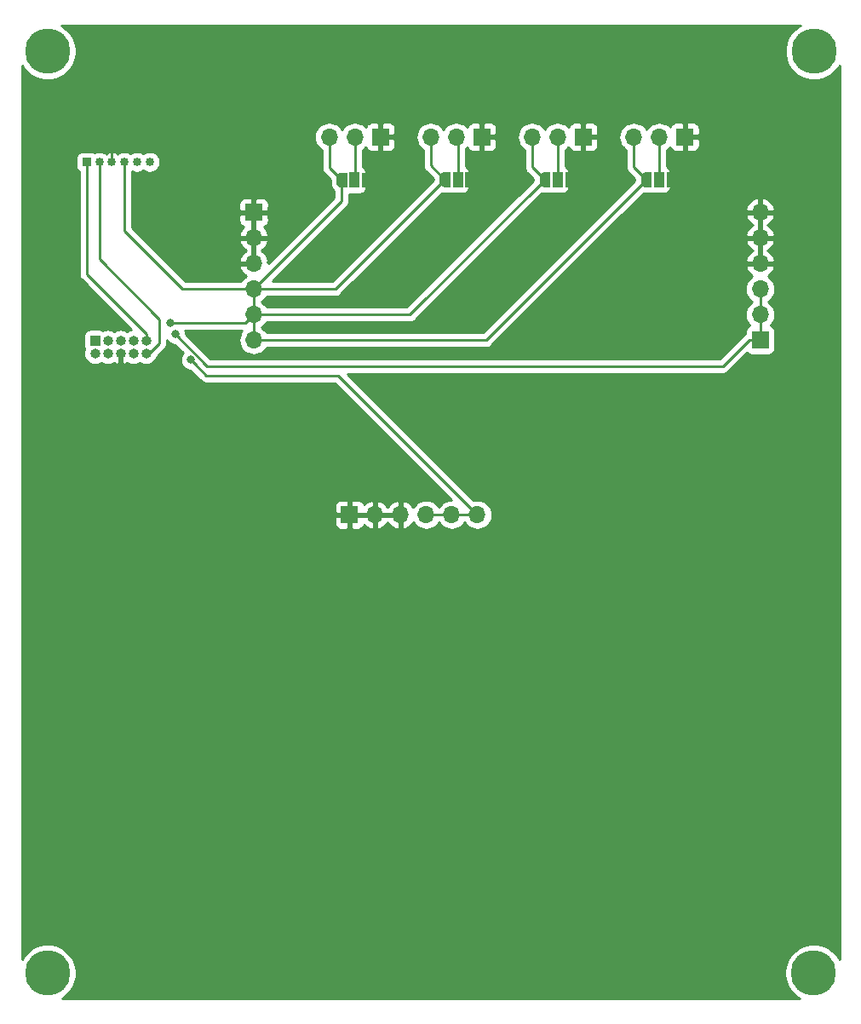
<source format=gbr>
G04 #@! TF.GenerationSoftware,KiCad,Pcbnew,(5.1.2)-2*
G04 #@! TF.CreationDate,2021-09-09T11:32:28-03:00*
G04 #@! TF.ProjectId,MAG_Plus,4d41475f-506c-4757-932e-6b696361645f,rev?*
G04 #@! TF.SameCoordinates,Original*
G04 #@! TF.FileFunction,Copper,L1,Top*
G04 #@! TF.FilePolarity,Positive*
%FSLAX46Y46*%
G04 Gerber Fmt 4.6, Leading zero omitted, Abs format (unit mm)*
G04 Created by KiCad (PCBNEW (5.1.2)-2) date 2021-09-09 11:32:28*
%MOMM*%
%LPD*%
G04 APERTURE LIST*
%ADD10C,4.500000*%
%ADD11C,0.850000*%
%ADD12R,0.850000X0.850000*%
%ADD13O,1.000000X1.000000*%
%ADD14R,1.000000X1.000000*%
%ADD15R,1.700000X1.700000*%
%ADD16O,1.700000X1.700000*%
%ADD17R,1.000000X1.500000*%
%ADD18C,0.500000*%
%ADD19C,0.100000*%
%ADD20C,0.800000*%
%ADD21C,0.250000*%
%ADD22C,0.254000*%
G04 APERTURE END LIST*
D10*
X115400000Y-144220000D03*
X115390000Y-235820000D03*
X39200000Y-144210000D03*
X39200000Y-235830000D03*
D11*
X49360000Y-155220000D03*
X48110000Y-155220000D03*
X46860000Y-155220000D03*
X45610000Y-155220000D03*
X44360000Y-155220000D03*
D12*
X43110000Y-155220000D03*
D13*
X49020000Y-174250000D03*
X49020000Y-172980000D03*
X47750000Y-174250000D03*
X47750000Y-172980000D03*
X46480000Y-174250000D03*
X46480000Y-172980000D03*
X45210000Y-174250000D03*
X45210000Y-172980000D03*
X43940000Y-174250000D03*
D14*
X43940000Y-172980000D03*
D15*
X110060000Y-172910000D03*
D16*
X110060000Y-170370000D03*
X110060000Y-167830000D03*
X110060000Y-165290000D03*
X110060000Y-162750000D03*
X110060000Y-160210000D03*
X97490000Y-152740000D03*
X100030000Y-152740000D03*
D15*
X102570000Y-152740000D03*
X92480000Y-152740000D03*
D16*
X89940000Y-152740000D03*
X87400000Y-152740000D03*
X81930000Y-190270000D03*
X79390000Y-190270000D03*
X76850000Y-190270000D03*
X74310000Y-190270000D03*
X71770000Y-190270000D03*
D15*
X69230000Y-190270000D03*
D16*
X77320000Y-152740000D03*
X79860000Y-152740000D03*
D15*
X82400000Y-152740000D03*
X72320000Y-152740000D03*
D16*
X69780000Y-152740000D03*
X67240000Y-152740000D03*
X59720000Y-172920000D03*
X59720000Y-170380000D03*
X59720000Y-167840000D03*
X59720000Y-165300000D03*
X59720000Y-162760000D03*
D15*
X59720000Y-160220000D03*
D17*
X100040000Y-156990000D03*
D18*
X98740000Y-156990000D03*
D19*
G36*
X98740000Y-157739398D02*
G01*
X98715466Y-157739398D01*
X98666635Y-157734588D01*
X98618510Y-157725016D01*
X98571555Y-157710772D01*
X98526222Y-157691995D01*
X98482949Y-157668864D01*
X98442150Y-157641604D01*
X98404221Y-157610476D01*
X98369524Y-157575779D01*
X98338396Y-157537850D01*
X98311136Y-157497051D01*
X98288005Y-157453778D01*
X98269228Y-157408445D01*
X98254984Y-157361490D01*
X98245412Y-157313365D01*
X98240602Y-157264534D01*
X98240602Y-157240000D01*
X98240000Y-157240000D01*
X98240000Y-156740000D01*
X98240602Y-156740000D01*
X98240602Y-156715466D01*
X98245412Y-156666635D01*
X98254984Y-156618510D01*
X98269228Y-156571555D01*
X98288005Y-156526222D01*
X98311136Y-156482949D01*
X98338396Y-156442150D01*
X98369524Y-156404221D01*
X98404221Y-156369524D01*
X98442150Y-156338396D01*
X98482949Y-156311136D01*
X98526222Y-156288005D01*
X98571555Y-156269228D01*
X98618510Y-156254984D01*
X98666635Y-156245412D01*
X98715466Y-156240602D01*
X98740000Y-156240602D01*
X98740000Y-156240000D01*
X99290000Y-156240000D01*
X99290000Y-157740000D01*
X98740000Y-157740000D01*
X98740000Y-157739398D01*
X98740000Y-157739398D01*
G37*
D18*
X101340000Y-156990000D03*
D19*
G36*
X100790000Y-156240000D02*
G01*
X101340000Y-156240000D01*
X101340000Y-156240602D01*
X101364534Y-156240602D01*
X101413365Y-156245412D01*
X101461490Y-156254984D01*
X101508445Y-156269228D01*
X101553778Y-156288005D01*
X101597051Y-156311136D01*
X101637850Y-156338396D01*
X101675779Y-156369524D01*
X101710476Y-156404221D01*
X101741604Y-156442150D01*
X101768864Y-156482949D01*
X101791995Y-156526222D01*
X101810772Y-156571555D01*
X101825016Y-156618510D01*
X101834588Y-156666635D01*
X101839398Y-156715466D01*
X101839398Y-156740000D01*
X101840000Y-156740000D01*
X101840000Y-157240000D01*
X101839398Y-157240000D01*
X101839398Y-157264534D01*
X101834588Y-157313365D01*
X101825016Y-157361490D01*
X101810772Y-157408445D01*
X101791995Y-157453778D01*
X101768864Y-157497051D01*
X101741604Y-157537850D01*
X101710476Y-157575779D01*
X101675779Y-157610476D01*
X101637850Y-157641604D01*
X101597051Y-157668864D01*
X101553778Y-157691995D01*
X101508445Y-157710772D01*
X101461490Y-157725016D01*
X101413365Y-157734588D01*
X101364534Y-157739398D01*
X101340000Y-157739398D01*
X101340000Y-157740000D01*
X100790000Y-157740000D01*
X100790000Y-156240000D01*
X100790000Y-156240000D01*
G37*
D18*
X91240000Y-156970000D03*
D19*
G36*
X90690000Y-156220000D02*
G01*
X91240000Y-156220000D01*
X91240000Y-156220602D01*
X91264534Y-156220602D01*
X91313365Y-156225412D01*
X91361490Y-156234984D01*
X91408445Y-156249228D01*
X91453778Y-156268005D01*
X91497051Y-156291136D01*
X91537850Y-156318396D01*
X91575779Y-156349524D01*
X91610476Y-156384221D01*
X91641604Y-156422150D01*
X91668864Y-156462949D01*
X91691995Y-156506222D01*
X91710772Y-156551555D01*
X91725016Y-156598510D01*
X91734588Y-156646635D01*
X91739398Y-156695466D01*
X91739398Y-156720000D01*
X91740000Y-156720000D01*
X91740000Y-157220000D01*
X91739398Y-157220000D01*
X91739398Y-157244534D01*
X91734588Y-157293365D01*
X91725016Y-157341490D01*
X91710772Y-157388445D01*
X91691995Y-157433778D01*
X91668864Y-157477051D01*
X91641604Y-157517850D01*
X91610476Y-157555779D01*
X91575779Y-157590476D01*
X91537850Y-157621604D01*
X91497051Y-157648864D01*
X91453778Y-157671995D01*
X91408445Y-157690772D01*
X91361490Y-157705016D01*
X91313365Y-157714588D01*
X91264534Y-157719398D01*
X91240000Y-157719398D01*
X91240000Y-157720000D01*
X90690000Y-157720000D01*
X90690000Y-156220000D01*
X90690000Y-156220000D01*
G37*
D18*
X88640000Y-156970000D03*
D19*
G36*
X88640000Y-157719398D02*
G01*
X88615466Y-157719398D01*
X88566635Y-157714588D01*
X88518510Y-157705016D01*
X88471555Y-157690772D01*
X88426222Y-157671995D01*
X88382949Y-157648864D01*
X88342150Y-157621604D01*
X88304221Y-157590476D01*
X88269524Y-157555779D01*
X88238396Y-157517850D01*
X88211136Y-157477051D01*
X88188005Y-157433778D01*
X88169228Y-157388445D01*
X88154984Y-157341490D01*
X88145412Y-157293365D01*
X88140602Y-157244534D01*
X88140602Y-157220000D01*
X88140000Y-157220000D01*
X88140000Y-156720000D01*
X88140602Y-156720000D01*
X88140602Y-156695466D01*
X88145412Y-156646635D01*
X88154984Y-156598510D01*
X88169228Y-156551555D01*
X88188005Y-156506222D01*
X88211136Y-156462949D01*
X88238396Y-156422150D01*
X88269524Y-156384221D01*
X88304221Y-156349524D01*
X88342150Y-156318396D01*
X88382949Y-156291136D01*
X88426222Y-156268005D01*
X88471555Y-156249228D01*
X88518510Y-156234984D01*
X88566635Y-156225412D01*
X88615466Y-156220602D01*
X88640000Y-156220602D01*
X88640000Y-156220000D01*
X89190000Y-156220000D01*
X89190000Y-157720000D01*
X88640000Y-157720000D01*
X88640000Y-157719398D01*
X88640000Y-157719398D01*
G37*
D17*
X89940000Y-156970000D03*
X80010000Y-156960000D03*
D18*
X78710000Y-156960000D03*
D19*
G36*
X78710000Y-157709398D02*
G01*
X78685466Y-157709398D01*
X78636635Y-157704588D01*
X78588510Y-157695016D01*
X78541555Y-157680772D01*
X78496222Y-157661995D01*
X78452949Y-157638864D01*
X78412150Y-157611604D01*
X78374221Y-157580476D01*
X78339524Y-157545779D01*
X78308396Y-157507850D01*
X78281136Y-157467051D01*
X78258005Y-157423778D01*
X78239228Y-157378445D01*
X78224984Y-157331490D01*
X78215412Y-157283365D01*
X78210602Y-157234534D01*
X78210602Y-157210000D01*
X78210000Y-157210000D01*
X78210000Y-156710000D01*
X78210602Y-156710000D01*
X78210602Y-156685466D01*
X78215412Y-156636635D01*
X78224984Y-156588510D01*
X78239228Y-156541555D01*
X78258005Y-156496222D01*
X78281136Y-156452949D01*
X78308396Y-156412150D01*
X78339524Y-156374221D01*
X78374221Y-156339524D01*
X78412150Y-156308396D01*
X78452949Y-156281136D01*
X78496222Y-156258005D01*
X78541555Y-156239228D01*
X78588510Y-156224984D01*
X78636635Y-156215412D01*
X78685466Y-156210602D01*
X78710000Y-156210602D01*
X78710000Y-156210000D01*
X79260000Y-156210000D01*
X79260000Y-157710000D01*
X78710000Y-157710000D01*
X78710000Y-157709398D01*
X78710000Y-157709398D01*
G37*
D18*
X81310000Y-156960000D03*
D19*
G36*
X80760000Y-156210000D02*
G01*
X81310000Y-156210000D01*
X81310000Y-156210602D01*
X81334534Y-156210602D01*
X81383365Y-156215412D01*
X81431490Y-156224984D01*
X81478445Y-156239228D01*
X81523778Y-156258005D01*
X81567051Y-156281136D01*
X81607850Y-156308396D01*
X81645779Y-156339524D01*
X81680476Y-156374221D01*
X81711604Y-156412150D01*
X81738864Y-156452949D01*
X81761995Y-156496222D01*
X81780772Y-156541555D01*
X81795016Y-156588510D01*
X81804588Y-156636635D01*
X81809398Y-156685466D01*
X81809398Y-156710000D01*
X81810000Y-156710000D01*
X81810000Y-157210000D01*
X81809398Y-157210000D01*
X81809398Y-157234534D01*
X81804588Y-157283365D01*
X81795016Y-157331490D01*
X81780772Y-157378445D01*
X81761995Y-157423778D01*
X81738864Y-157467051D01*
X81711604Y-157507850D01*
X81680476Y-157545779D01*
X81645779Y-157580476D01*
X81607850Y-157611604D01*
X81567051Y-157638864D01*
X81523778Y-157661995D01*
X81478445Y-157680772D01*
X81431490Y-157695016D01*
X81383365Y-157704588D01*
X81334534Y-157709398D01*
X81310000Y-157709398D01*
X81310000Y-157710000D01*
X80760000Y-157710000D01*
X80760000Y-156210000D01*
X80760000Y-156210000D01*
G37*
D18*
X71050000Y-157020000D03*
D19*
G36*
X70500000Y-156270000D02*
G01*
X71050000Y-156270000D01*
X71050000Y-156270602D01*
X71074534Y-156270602D01*
X71123365Y-156275412D01*
X71171490Y-156284984D01*
X71218445Y-156299228D01*
X71263778Y-156318005D01*
X71307051Y-156341136D01*
X71347850Y-156368396D01*
X71385779Y-156399524D01*
X71420476Y-156434221D01*
X71451604Y-156472150D01*
X71478864Y-156512949D01*
X71501995Y-156556222D01*
X71520772Y-156601555D01*
X71535016Y-156648510D01*
X71544588Y-156696635D01*
X71549398Y-156745466D01*
X71549398Y-156770000D01*
X71550000Y-156770000D01*
X71550000Y-157270000D01*
X71549398Y-157270000D01*
X71549398Y-157294534D01*
X71544588Y-157343365D01*
X71535016Y-157391490D01*
X71520772Y-157438445D01*
X71501995Y-157483778D01*
X71478864Y-157527051D01*
X71451604Y-157567850D01*
X71420476Y-157605779D01*
X71385779Y-157640476D01*
X71347850Y-157671604D01*
X71307051Y-157698864D01*
X71263778Y-157721995D01*
X71218445Y-157740772D01*
X71171490Y-157755016D01*
X71123365Y-157764588D01*
X71074534Y-157769398D01*
X71050000Y-157769398D01*
X71050000Y-157770000D01*
X70500000Y-157770000D01*
X70500000Y-156270000D01*
X70500000Y-156270000D01*
G37*
D18*
X68450000Y-157020000D03*
D19*
G36*
X68450000Y-157769398D02*
G01*
X68425466Y-157769398D01*
X68376635Y-157764588D01*
X68328510Y-157755016D01*
X68281555Y-157740772D01*
X68236222Y-157721995D01*
X68192949Y-157698864D01*
X68152150Y-157671604D01*
X68114221Y-157640476D01*
X68079524Y-157605779D01*
X68048396Y-157567850D01*
X68021136Y-157527051D01*
X67998005Y-157483778D01*
X67979228Y-157438445D01*
X67964984Y-157391490D01*
X67955412Y-157343365D01*
X67950602Y-157294534D01*
X67950602Y-157270000D01*
X67950000Y-157270000D01*
X67950000Y-156770000D01*
X67950602Y-156770000D01*
X67950602Y-156745466D01*
X67955412Y-156696635D01*
X67964984Y-156648510D01*
X67979228Y-156601555D01*
X67998005Y-156556222D01*
X68021136Y-156512949D01*
X68048396Y-156472150D01*
X68079524Y-156434221D01*
X68114221Y-156399524D01*
X68152150Y-156368396D01*
X68192949Y-156341136D01*
X68236222Y-156318005D01*
X68281555Y-156299228D01*
X68328510Y-156284984D01*
X68376635Y-156275412D01*
X68425466Y-156270602D01*
X68450000Y-156270602D01*
X68450000Y-156270000D01*
X69000000Y-156270000D01*
X69000000Y-157770000D01*
X68450000Y-157770000D01*
X68450000Y-157769398D01*
X68450000Y-157769398D01*
G37*
D17*
X69750000Y-157020000D03*
D20*
X51462328Y-171215001D03*
X53452390Y-174887710D03*
X51930000Y-172340000D03*
D21*
X102570000Y-155760000D02*
X102570000Y-152740000D01*
X101340000Y-156990000D02*
X102570000Y-155760000D01*
X92480000Y-155730000D02*
X92480000Y-152740000D01*
X91240000Y-156970000D02*
X92480000Y-155730000D01*
X82400000Y-155870000D02*
X81310000Y-156960000D01*
X82400000Y-152740000D02*
X82400000Y-155870000D01*
X72320000Y-155750000D02*
X71050000Y-157020000D01*
X72320000Y-152740000D02*
X72320000Y-155750000D01*
X45610000Y-155220000D02*
X45610000Y-153810000D01*
X45610000Y-153810000D02*
X47070000Y-152350000D01*
X47070000Y-152350000D02*
X55000000Y-152350000D01*
X59720000Y-157070000D02*
X59720000Y-160220000D01*
X55000000Y-152350000D02*
X59720000Y-157070000D01*
X97490000Y-155740000D02*
X97490000Y-152740000D01*
X98740000Y-156990000D02*
X97490000Y-155740000D01*
X87400000Y-155730000D02*
X88640000Y-156970000D01*
X87400000Y-152740000D02*
X87400000Y-155730000D01*
X77320000Y-155570000D02*
X78710000Y-156960000D01*
X77320000Y-152740000D02*
X77320000Y-155570000D01*
X67240000Y-155810000D02*
X68450000Y-157020000D01*
X67240000Y-152740000D02*
X67240000Y-155810000D01*
X75450000Y-160220000D02*
X78710000Y-156960000D01*
X59720000Y-171717919D02*
X59720000Y-170380000D01*
X59720000Y-172920000D02*
X59720000Y-171717919D01*
X59720000Y-170380000D02*
X59720000Y-167840000D01*
X68450000Y-159110000D02*
X68450000Y-157020000D01*
X59720000Y-167840000D02*
X68450000Y-159110000D01*
X75230000Y-170380000D02*
X59720000Y-170380000D01*
X88640000Y-156970000D02*
X75230000Y-170380000D01*
X82810000Y-172920000D02*
X59720000Y-172920000D01*
X98740000Y-156990000D02*
X82810000Y-172920000D01*
X78185226Y-157484774D02*
X78710000Y-156960000D01*
X59720000Y-167840000D02*
X67830000Y-167840000D01*
X67830000Y-167840000D02*
X78185226Y-157484774D01*
X46860000Y-155220000D02*
X46860000Y-162060000D01*
X52640000Y-167840000D02*
X59720000Y-167840000D01*
X46860000Y-162060000D02*
X52640000Y-167840000D01*
X58884999Y-171215001D02*
X59720000Y-170380000D01*
X51462328Y-171215001D02*
X58884999Y-171215001D01*
X43110000Y-155895000D02*
X43110000Y-155220000D01*
X43110000Y-166362894D02*
X43110000Y-155895000D01*
X49020000Y-172272894D02*
X43110000Y-166362894D01*
X49020000Y-172980000D02*
X49020000Y-172272894D01*
X44360000Y-164900000D02*
X44360000Y-155220000D01*
X50330000Y-170870000D02*
X44360000Y-164900000D01*
X50330000Y-173230000D02*
X50330000Y-170870000D01*
X49020000Y-174250000D02*
X49310000Y-174250000D01*
X49310000Y-174250000D02*
X50330000Y-173230000D01*
X78052081Y-190270000D02*
X79390000Y-190270000D01*
X76850000Y-190270000D02*
X78052081Y-190270000D01*
X79390000Y-190270000D02*
X81930000Y-190270000D01*
X68110000Y-176450000D02*
X55014680Y-176450000D01*
X81930000Y-190270000D02*
X68110000Y-176450000D01*
X53852389Y-175287709D02*
X53452390Y-174887710D01*
X55014680Y-176450000D02*
X53852389Y-175287709D01*
X110060000Y-171810000D02*
X110060000Y-170370000D01*
X110060000Y-172910000D02*
X110060000Y-171810000D01*
X110060000Y-169167919D02*
X110060000Y-167830000D01*
X110060000Y-170370000D02*
X110060000Y-169167919D01*
X55100000Y-175510000D02*
X51930000Y-172340000D01*
X106360000Y-175510000D02*
X55100000Y-175510000D01*
X108960000Y-172910000D02*
X106360000Y-175510000D01*
X110060000Y-172910000D02*
X108960000Y-172910000D01*
X100040000Y-152750000D02*
X100030000Y-152740000D01*
X100040000Y-156990000D02*
X100040000Y-152750000D01*
X89940000Y-155970000D02*
X89940000Y-152740000D01*
X89940000Y-156970000D02*
X89940000Y-155970000D01*
X80010000Y-152890000D02*
X79860000Y-152740000D01*
X80010000Y-156960000D02*
X80010000Y-152890000D01*
X69780000Y-156990000D02*
X69750000Y-157020000D01*
X69780000Y-152740000D02*
X69780000Y-156990000D01*
D22*
G36*
X114033440Y-141663346D02*
G01*
X113560920Y-141979074D01*
X113159074Y-142380920D01*
X112843346Y-142853440D01*
X112625869Y-143378477D01*
X112515000Y-143935852D01*
X112515000Y-144504148D01*
X112625869Y-145061523D01*
X112843346Y-145586560D01*
X113159074Y-146059080D01*
X113560920Y-146460926D01*
X114033440Y-146776654D01*
X114558477Y-146994131D01*
X115115852Y-147105000D01*
X115684148Y-147105000D01*
X116241523Y-146994131D01*
X116766560Y-146776654D01*
X117239080Y-146460926D01*
X117640926Y-146059080D01*
X117940000Y-145611484D01*
X117940001Y-234443483D01*
X117630926Y-233980920D01*
X117229080Y-233579074D01*
X116756560Y-233263346D01*
X116231523Y-233045869D01*
X115674148Y-232935000D01*
X115105852Y-232935000D01*
X114548477Y-233045869D01*
X114023440Y-233263346D01*
X113550920Y-233579074D01*
X113149074Y-233980920D01*
X112833346Y-234453440D01*
X112615869Y-234978477D01*
X112505000Y-235535852D01*
X112505000Y-236104148D01*
X112615869Y-236661523D01*
X112833346Y-237186560D01*
X113149074Y-237659080D01*
X113550920Y-238060926D01*
X113968583Y-238340000D01*
X40636383Y-238340000D01*
X41039080Y-238070926D01*
X41440926Y-237669080D01*
X41756654Y-237196560D01*
X41974131Y-236671523D01*
X42085000Y-236114148D01*
X42085000Y-235545852D01*
X41974131Y-234988477D01*
X41756654Y-234463440D01*
X41440926Y-233990920D01*
X41039080Y-233589074D01*
X40566560Y-233273346D01*
X40041523Y-233055869D01*
X39484148Y-232945000D01*
X38915852Y-232945000D01*
X38358477Y-233055869D01*
X37833440Y-233273346D01*
X37360920Y-233589074D01*
X36959074Y-233990920D01*
X36660000Y-234438516D01*
X36660000Y-191120000D01*
X67741928Y-191120000D01*
X67754188Y-191244482D01*
X67790498Y-191364180D01*
X67849463Y-191474494D01*
X67928815Y-191571185D01*
X68025506Y-191650537D01*
X68135820Y-191709502D01*
X68255518Y-191745812D01*
X68380000Y-191758072D01*
X68944250Y-191755000D01*
X69103000Y-191596250D01*
X69103000Y-190397000D01*
X69357000Y-190397000D01*
X69357000Y-191596250D01*
X69515750Y-191755000D01*
X70080000Y-191758072D01*
X70204482Y-191745812D01*
X70324180Y-191709502D01*
X70434494Y-191650537D01*
X70531185Y-191571185D01*
X70610537Y-191474494D01*
X70669502Y-191364180D01*
X70693966Y-191283534D01*
X70769731Y-191367588D01*
X71003080Y-191541641D01*
X71265901Y-191666825D01*
X71413110Y-191711476D01*
X71643000Y-191590155D01*
X71643000Y-190397000D01*
X71897000Y-190397000D01*
X71897000Y-191590155D01*
X72126890Y-191711476D01*
X72274099Y-191666825D01*
X72536920Y-191541641D01*
X72770269Y-191367588D01*
X72965178Y-191151355D01*
X73040000Y-191025745D01*
X73114822Y-191151355D01*
X73309731Y-191367588D01*
X73543080Y-191541641D01*
X73805901Y-191666825D01*
X73953110Y-191711476D01*
X74183000Y-191590155D01*
X74183000Y-190397000D01*
X71897000Y-190397000D01*
X71643000Y-190397000D01*
X69357000Y-190397000D01*
X69103000Y-190397000D01*
X67903750Y-190397000D01*
X67745000Y-190555750D01*
X67741928Y-191120000D01*
X36660000Y-191120000D01*
X36660000Y-189420000D01*
X67741928Y-189420000D01*
X67745000Y-189984250D01*
X67903750Y-190143000D01*
X69103000Y-190143000D01*
X69103000Y-188943750D01*
X69357000Y-188943750D01*
X69357000Y-190143000D01*
X71643000Y-190143000D01*
X71643000Y-188949845D01*
X71897000Y-188949845D01*
X71897000Y-190143000D01*
X74183000Y-190143000D01*
X74183000Y-188949845D01*
X73953110Y-188828524D01*
X73805901Y-188873175D01*
X73543080Y-188998359D01*
X73309731Y-189172412D01*
X73114822Y-189388645D01*
X73040000Y-189514255D01*
X72965178Y-189388645D01*
X72770269Y-189172412D01*
X72536920Y-188998359D01*
X72274099Y-188873175D01*
X72126890Y-188828524D01*
X71897000Y-188949845D01*
X71643000Y-188949845D01*
X71413110Y-188828524D01*
X71265901Y-188873175D01*
X71003080Y-188998359D01*
X70769731Y-189172412D01*
X70693966Y-189256466D01*
X70669502Y-189175820D01*
X70610537Y-189065506D01*
X70531185Y-188968815D01*
X70434494Y-188889463D01*
X70324180Y-188830498D01*
X70204482Y-188794188D01*
X70080000Y-188781928D01*
X69515750Y-188785000D01*
X69357000Y-188943750D01*
X69103000Y-188943750D01*
X68944250Y-188785000D01*
X68380000Y-188781928D01*
X68255518Y-188794188D01*
X68135820Y-188830498D01*
X68025506Y-188889463D01*
X67928815Y-188968815D01*
X67849463Y-189065506D01*
X67790498Y-189175820D01*
X67754188Y-189295518D01*
X67741928Y-189420000D01*
X36660000Y-189420000D01*
X36660000Y-154795000D01*
X42046928Y-154795000D01*
X42046928Y-155645000D01*
X42059188Y-155769482D01*
X42095498Y-155889180D01*
X42154463Y-155999494D01*
X42233815Y-156096185D01*
X42330506Y-156175537D01*
X42350001Y-156185957D01*
X42350000Y-166325572D01*
X42346324Y-166362894D01*
X42350000Y-166400216D01*
X42350000Y-166400226D01*
X42360997Y-166511879D01*
X42387514Y-166599294D01*
X42404454Y-166655140D01*
X42475026Y-166787170D01*
X42514871Y-166835720D01*
X42569999Y-166902895D01*
X42599003Y-166926698D01*
X47533169Y-171860865D01*
X47527501Y-171861423D01*
X47313553Y-171926324D01*
X47116377Y-172031716D01*
X47115000Y-172032846D01*
X47113623Y-172031716D01*
X46916447Y-171926324D01*
X46702499Y-171861423D01*
X46535752Y-171845000D01*
X46424248Y-171845000D01*
X46257501Y-171861423D01*
X46043553Y-171926324D01*
X45846377Y-172031716D01*
X45845000Y-172032846D01*
X45843623Y-172031716D01*
X45646447Y-171926324D01*
X45432499Y-171861423D01*
X45265752Y-171845000D01*
X45154248Y-171845000D01*
X44987501Y-171861423D01*
X44773553Y-171926324D01*
X44762379Y-171932297D01*
X44684180Y-171890498D01*
X44564482Y-171854188D01*
X44440000Y-171841928D01*
X43440000Y-171841928D01*
X43315518Y-171854188D01*
X43195820Y-171890498D01*
X43085506Y-171949463D01*
X42988815Y-172028815D01*
X42909463Y-172125506D01*
X42850498Y-172235820D01*
X42814188Y-172355518D01*
X42801928Y-172480000D01*
X42801928Y-173480000D01*
X42814188Y-173604482D01*
X42850498Y-173724180D01*
X42892297Y-173802379D01*
X42886324Y-173813553D01*
X42821423Y-174027501D01*
X42799509Y-174250000D01*
X42821423Y-174472499D01*
X42886324Y-174686447D01*
X42991716Y-174883623D01*
X43133551Y-175056449D01*
X43306377Y-175198284D01*
X43503553Y-175303676D01*
X43717501Y-175368577D01*
X43884248Y-175385000D01*
X43995752Y-175385000D01*
X44162499Y-175368577D01*
X44376447Y-175303676D01*
X44573623Y-175198284D01*
X44575000Y-175197154D01*
X44576377Y-175198284D01*
X44773553Y-175303676D01*
X44987501Y-175368577D01*
X45154248Y-175385000D01*
X45265752Y-175385000D01*
X45432499Y-175368577D01*
X45646447Y-175303676D01*
X45843623Y-175198284D01*
X45853383Y-175190274D01*
X45919794Y-175237123D01*
X46123136Y-175327446D01*
X46178126Y-175344119D01*
X46353000Y-175217954D01*
X46353000Y-174377000D01*
X46337983Y-174377000D01*
X46350491Y-174250000D01*
X46337983Y-174123000D01*
X46353000Y-174123000D01*
X46353000Y-174107983D01*
X46424248Y-174115000D01*
X46535752Y-174115000D01*
X46607000Y-174107983D01*
X46607000Y-174123000D01*
X46622017Y-174123000D01*
X46609509Y-174250000D01*
X46622017Y-174377000D01*
X46607000Y-174377000D01*
X46607000Y-175217954D01*
X46781874Y-175344119D01*
X46836864Y-175327446D01*
X47040206Y-175237123D01*
X47106617Y-175190274D01*
X47116377Y-175198284D01*
X47313553Y-175303676D01*
X47527501Y-175368577D01*
X47694248Y-175385000D01*
X47805752Y-175385000D01*
X47972499Y-175368577D01*
X48186447Y-175303676D01*
X48383623Y-175198284D01*
X48385000Y-175197154D01*
X48386377Y-175198284D01*
X48583553Y-175303676D01*
X48797501Y-175368577D01*
X48964248Y-175385000D01*
X49075752Y-175385000D01*
X49242499Y-175368577D01*
X49456447Y-175303676D01*
X49653623Y-175198284D01*
X49826449Y-175056449D01*
X49968284Y-174883623D01*
X50073676Y-174686447D01*
X50128246Y-174506555D01*
X50841004Y-173793798D01*
X50870001Y-173770001D01*
X50964974Y-173654276D01*
X51035546Y-173522247D01*
X51079003Y-173378986D01*
X51090000Y-173267333D01*
X51090000Y-173267323D01*
X51093676Y-173230000D01*
X51090000Y-173192677D01*
X51090000Y-172945802D01*
X51126063Y-172999774D01*
X51270226Y-173143937D01*
X51439744Y-173257205D01*
X51628102Y-173335226D01*
X51828061Y-173375000D01*
X51890199Y-173375000D01*
X52695794Y-174180595D01*
X52648453Y-174227936D01*
X52535185Y-174397454D01*
X52457164Y-174585812D01*
X52417390Y-174785771D01*
X52417390Y-174989649D01*
X52457164Y-175189608D01*
X52535185Y-175377966D01*
X52648453Y-175547484D01*
X52792616Y-175691647D01*
X52962134Y-175804915D01*
X53150492Y-175882936D01*
X53350451Y-175922710D01*
X53412589Y-175922710D01*
X54450880Y-176961002D01*
X54474679Y-176990001D01*
X54590404Y-177084974D01*
X54722433Y-177155546D01*
X54865694Y-177199003D01*
X54977347Y-177210000D01*
X54977355Y-177210000D01*
X55014680Y-177213676D01*
X55052005Y-177210000D01*
X67795199Y-177210000D01*
X79370197Y-188785000D01*
X79317050Y-188785000D01*
X79098889Y-188806487D01*
X78818966Y-188891401D01*
X78560986Y-189029294D01*
X78334866Y-189214866D01*
X78149294Y-189440986D01*
X78120000Y-189495791D01*
X78090706Y-189440986D01*
X77905134Y-189214866D01*
X77679014Y-189029294D01*
X77421034Y-188891401D01*
X77141111Y-188806487D01*
X76922950Y-188785000D01*
X76777050Y-188785000D01*
X76558889Y-188806487D01*
X76278966Y-188891401D01*
X76020986Y-189029294D01*
X75794866Y-189214866D01*
X75609294Y-189440986D01*
X75574799Y-189505523D01*
X75505178Y-189388645D01*
X75310269Y-189172412D01*
X75076920Y-188998359D01*
X74814099Y-188873175D01*
X74666890Y-188828524D01*
X74437000Y-188949845D01*
X74437000Y-190143000D01*
X74457000Y-190143000D01*
X74457000Y-190397000D01*
X74437000Y-190397000D01*
X74437000Y-191590155D01*
X74666890Y-191711476D01*
X74814099Y-191666825D01*
X75076920Y-191541641D01*
X75310269Y-191367588D01*
X75505178Y-191151355D01*
X75574799Y-191034477D01*
X75609294Y-191099014D01*
X75794866Y-191325134D01*
X76020986Y-191510706D01*
X76278966Y-191648599D01*
X76558889Y-191733513D01*
X76777050Y-191755000D01*
X76922950Y-191755000D01*
X77141111Y-191733513D01*
X77421034Y-191648599D01*
X77679014Y-191510706D01*
X77905134Y-191325134D01*
X78090706Y-191099014D01*
X78120000Y-191044209D01*
X78149294Y-191099014D01*
X78334866Y-191325134D01*
X78560986Y-191510706D01*
X78818966Y-191648599D01*
X79098889Y-191733513D01*
X79317050Y-191755000D01*
X79462950Y-191755000D01*
X79681111Y-191733513D01*
X79961034Y-191648599D01*
X80219014Y-191510706D01*
X80445134Y-191325134D01*
X80630706Y-191099014D01*
X80660000Y-191044209D01*
X80689294Y-191099014D01*
X80874866Y-191325134D01*
X81100986Y-191510706D01*
X81358966Y-191648599D01*
X81638889Y-191733513D01*
X81857050Y-191755000D01*
X82002950Y-191755000D01*
X82221111Y-191733513D01*
X82501034Y-191648599D01*
X82759014Y-191510706D01*
X82985134Y-191325134D01*
X83170706Y-191099014D01*
X83308599Y-190841034D01*
X83393513Y-190561111D01*
X83422185Y-190270000D01*
X83393513Y-189978889D01*
X83308599Y-189698966D01*
X83170706Y-189440986D01*
X82985134Y-189214866D01*
X82759014Y-189029294D01*
X82501034Y-188891401D01*
X82221111Y-188806487D01*
X82002950Y-188785000D01*
X81857050Y-188785000D01*
X81638889Y-188806487D01*
X81564006Y-188829203D01*
X69004801Y-176270000D01*
X106322678Y-176270000D01*
X106360000Y-176273676D01*
X106397322Y-176270000D01*
X106397333Y-176270000D01*
X106508986Y-176259003D01*
X106652247Y-176215546D01*
X106784276Y-176144974D01*
X106900001Y-176050001D01*
X106923804Y-176020997D01*
X108747457Y-174197345D01*
X108758815Y-174211185D01*
X108855506Y-174290537D01*
X108965820Y-174349502D01*
X109085518Y-174385812D01*
X109210000Y-174398072D01*
X110910000Y-174398072D01*
X111034482Y-174385812D01*
X111154180Y-174349502D01*
X111264494Y-174290537D01*
X111361185Y-174211185D01*
X111440537Y-174114494D01*
X111499502Y-174004180D01*
X111535812Y-173884482D01*
X111548072Y-173760000D01*
X111548072Y-172060000D01*
X111535812Y-171935518D01*
X111499502Y-171815820D01*
X111440537Y-171705506D01*
X111361185Y-171608815D01*
X111264494Y-171529463D01*
X111154180Y-171470498D01*
X111085313Y-171449607D01*
X111115134Y-171425134D01*
X111300706Y-171199014D01*
X111438599Y-170941034D01*
X111523513Y-170661111D01*
X111552185Y-170370000D01*
X111523513Y-170078889D01*
X111438599Y-169798966D01*
X111300706Y-169540986D01*
X111115134Y-169314866D01*
X110889014Y-169129294D01*
X110834209Y-169100000D01*
X110889014Y-169070706D01*
X111115134Y-168885134D01*
X111300706Y-168659014D01*
X111438599Y-168401034D01*
X111523513Y-168121111D01*
X111552185Y-167830000D01*
X111523513Y-167538889D01*
X111438599Y-167258966D01*
X111300706Y-167000986D01*
X111115134Y-166774866D01*
X110889014Y-166589294D01*
X110824477Y-166554799D01*
X110941355Y-166485178D01*
X111157588Y-166290269D01*
X111331641Y-166056920D01*
X111456825Y-165794099D01*
X111501476Y-165646890D01*
X111380155Y-165417000D01*
X110187000Y-165417000D01*
X110187000Y-165437000D01*
X109933000Y-165437000D01*
X109933000Y-165417000D01*
X108739845Y-165417000D01*
X108618524Y-165646890D01*
X108663175Y-165794099D01*
X108788359Y-166056920D01*
X108962412Y-166290269D01*
X109178645Y-166485178D01*
X109295523Y-166554799D01*
X109230986Y-166589294D01*
X109004866Y-166774866D01*
X108819294Y-167000986D01*
X108681401Y-167258966D01*
X108596487Y-167538889D01*
X108567815Y-167830000D01*
X108596487Y-168121111D01*
X108681401Y-168401034D01*
X108819294Y-168659014D01*
X109004866Y-168885134D01*
X109230986Y-169070706D01*
X109285791Y-169100000D01*
X109230986Y-169129294D01*
X109004866Y-169314866D01*
X108819294Y-169540986D01*
X108681401Y-169798966D01*
X108596487Y-170078889D01*
X108567815Y-170370000D01*
X108596487Y-170661111D01*
X108681401Y-170941034D01*
X108819294Y-171199014D01*
X109004866Y-171425134D01*
X109034687Y-171449607D01*
X108965820Y-171470498D01*
X108855506Y-171529463D01*
X108758815Y-171608815D01*
X108679463Y-171705506D01*
X108620498Y-171815820D01*
X108584188Y-171935518D01*
X108571928Y-172060000D01*
X108571928Y-172255674D01*
X108535724Y-172275026D01*
X108419999Y-172369999D01*
X108396201Y-172398997D01*
X106045199Y-174750000D01*
X55414802Y-174750000D01*
X52965000Y-172300199D01*
X52965000Y-172238061D01*
X52925226Y-172038102D01*
X52899089Y-171975001D01*
X58574480Y-171975001D01*
X58479294Y-172090986D01*
X58341401Y-172348966D01*
X58256487Y-172628889D01*
X58227815Y-172920000D01*
X58256487Y-173211111D01*
X58341401Y-173491034D01*
X58479294Y-173749014D01*
X58664866Y-173975134D01*
X58890986Y-174160706D01*
X59148966Y-174298599D01*
X59428889Y-174383513D01*
X59647050Y-174405000D01*
X59792950Y-174405000D01*
X60011111Y-174383513D01*
X60291034Y-174298599D01*
X60549014Y-174160706D01*
X60775134Y-173975134D01*
X60960706Y-173749014D01*
X60997595Y-173680000D01*
X82772678Y-173680000D01*
X82810000Y-173683676D01*
X82847322Y-173680000D01*
X82847333Y-173680000D01*
X82958986Y-173669003D01*
X83102247Y-173625546D01*
X83234276Y-173554974D01*
X83350001Y-173460001D01*
X83373804Y-173430997D01*
X93697911Y-163106890D01*
X108618524Y-163106890D01*
X108663175Y-163254099D01*
X108788359Y-163516920D01*
X108962412Y-163750269D01*
X109178645Y-163945178D01*
X109304255Y-164020000D01*
X109178645Y-164094822D01*
X108962412Y-164289731D01*
X108788359Y-164523080D01*
X108663175Y-164785901D01*
X108618524Y-164933110D01*
X108739845Y-165163000D01*
X109933000Y-165163000D01*
X109933000Y-162877000D01*
X110187000Y-162877000D01*
X110187000Y-165163000D01*
X111380155Y-165163000D01*
X111501476Y-164933110D01*
X111456825Y-164785901D01*
X111331641Y-164523080D01*
X111157588Y-164289731D01*
X110941355Y-164094822D01*
X110815745Y-164020000D01*
X110941355Y-163945178D01*
X111157588Y-163750269D01*
X111331641Y-163516920D01*
X111456825Y-163254099D01*
X111501476Y-163106890D01*
X111380155Y-162877000D01*
X110187000Y-162877000D01*
X109933000Y-162877000D01*
X108739845Y-162877000D01*
X108618524Y-163106890D01*
X93697911Y-163106890D01*
X96237911Y-160566890D01*
X108618524Y-160566890D01*
X108663175Y-160714099D01*
X108788359Y-160976920D01*
X108962412Y-161210269D01*
X109178645Y-161405178D01*
X109304255Y-161480000D01*
X109178645Y-161554822D01*
X108962412Y-161749731D01*
X108788359Y-161983080D01*
X108663175Y-162245901D01*
X108618524Y-162393110D01*
X108739845Y-162623000D01*
X109933000Y-162623000D01*
X109933000Y-160337000D01*
X110187000Y-160337000D01*
X110187000Y-162623000D01*
X111380155Y-162623000D01*
X111501476Y-162393110D01*
X111456825Y-162245901D01*
X111331641Y-161983080D01*
X111157588Y-161749731D01*
X110941355Y-161554822D01*
X110815745Y-161480000D01*
X110941355Y-161405178D01*
X111157588Y-161210269D01*
X111331641Y-160976920D01*
X111456825Y-160714099D01*
X111501476Y-160566890D01*
X111380155Y-160337000D01*
X110187000Y-160337000D01*
X109933000Y-160337000D01*
X108739845Y-160337000D01*
X108618524Y-160566890D01*
X96237911Y-160566890D01*
X96951691Y-159853110D01*
X108618524Y-159853110D01*
X108739845Y-160083000D01*
X109933000Y-160083000D01*
X109933000Y-158889186D01*
X110187000Y-158889186D01*
X110187000Y-160083000D01*
X111380155Y-160083000D01*
X111501476Y-159853110D01*
X111456825Y-159705901D01*
X111331641Y-159443080D01*
X111157588Y-159209731D01*
X110941355Y-159014822D01*
X110691252Y-158865843D01*
X110416891Y-158768519D01*
X110187000Y-158889186D01*
X109933000Y-158889186D01*
X109703109Y-158768519D01*
X109428748Y-158865843D01*
X109178645Y-159014822D01*
X108962412Y-159209731D01*
X108788359Y-159443080D01*
X108663175Y-159705901D01*
X108618524Y-159853110D01*
X96951691Y-159853110D01*
X98462814Y-158341988D01*
X98470377Y-158344282D01*
X98566510Y-158363404D01*
X98690991Y-158375664D01*
X98715550Y-158375664D01*
X98740000Y-158378072D01*
X99290000Y-158378072D01*
X99414482Y-158365812D01*
X99415000Y-158365655D01*
X99415518Y-158365812D01*
X99540000Y-158378072D01*
X100540000Y-158378072D01*
X100664482Y-158365812D01*
X100784180Y-158329502D01*
X100894494Y-158270537D01*
X100991185Y-158191185D01*
X101070537Y-158094494D01*
X101129502Y-157984180D01*
X101165812Y-157864482D01*
X101178072Y-157740000D01*
X101178072Y-156240000D01*
X101165812Y-156115518D01*
X101129502Y-155995820D01*
X101070537Y-155885506D01*
X100991185Y-155788815D01*
X100894494Y-155709463D01*
X100800000Y-155658954D01*
X100800000Y-154012250D01*
X100859014Y-153980706D01*
X101085134Y-153795134D01*
X101109607Y-153765313D01*
X101130498Y-153834180D01*
X101189463Y-153944494D01*
X101268815Y-154041185D01*
X101365506Y-154120537D01*
X101475820Y-154179502D01*
X101595518Y-154215812D01*
X101720000Y-154228072D01*
X102284250Y-154225000D01*
X102443000Y-154066250D01*
X102443000Y-152867000D01*
X102697000Y-152867000D01*
X102697000Y-154066250D01*
X102855750Y-154225000D01*
X103420000Y-154228072D01*
X103544482Y-154215812D01*
X103664180Y-154179502D01*
X103774494Y-154120537D01*
X103871185Y-154041185D01*
X103950537Y-153944494D01*
X104009502Y-153834180D01*
X104045812Y-153714482D01*
X104058072Y-153590000D01*
X104055000Y-153025750D01*
X103896250Y-152867000D01*
X102697000Y-152867000D01*
X102443000Y-152867000D01*
X102423000Y-152867000D01*
X102423000Y-152613000D01*
X102443000Y-152613000D01*
X102443000Y-151413750D01*
X102697000Y-151413750D01*
X102697000Y-152613000D01*
X103896250Y-152613000D01*
X104055000Y-152454250D01*
X104058072Y-151890000D01*
X104045812Y-151765518D01*
X104009502Y-151645820D01*
X103950537Y-151535506D01*
X103871185Y-151438815D01*
X103774494Y-151359463D01*
X103664180Y-151300498D01*
X103544482Y-151264188D01*
X103420000Y-151251928D01*
X102855750Y-151255000D01*
X102697000Y-151413750D01*
X102443000Y-151413750D01*
X102284250Y-151255000D01*
X101720000Y-151251928D01*
X101595518Y-151264188D01*
X101475820Y-151300498D01*
X101365506Y-151359463D01*
X101268815Y-151438815D01*
X101189463Y-151535506D01*
X101130498Y-151645820D01*
X101109607Y-151714687D01*
X101085134Y-151684866D01*
X100859014Y-151499294D01*
X100601034Y-151361401D01*
X100321111Y-151276487D01*
X100102950Y-151255000D01*
X99957050Y-151255000D01*
X99738889Y-151276487D01*
X99458966Y-151361401D01*
X99200986Y-151499294D01*
X98974866Y-151684866D01*
X98789294Y-151910986D01*
X98760000Y-151965791D01*
X98730706Y-151910986D01*
X98545134Y-151684866D01*
X98319014Y-151499294D01*
X98061034Y-151361401D01*
X97781111Y-151276487D01*
X97562950Y-151255000D01*
X97417050Y-151255000D01*
X97198889Y-151276487D01*
X96918966Y-151361401D01*
X96660986Y-151499294D01*
X96434866Y-151684866D01*
X96249294Y-151910986D01*
X96111401Y-152168966D01*
X96026487Y-152448889D01*
X95997815Y-152740000D01*
X96026487Y-153031111D01*
X96111401Y-153311034D01*
X96249294Y-153569014D01*
X96434866Y-153795134D01*
X96660986Y-153980706D01*
X96730001Y-154017595D01*
X96730000Y-155702677D01*
X96726324Y-155740000D01*
X96730000Y-155777322D01*
X96730000Y-155777332D01*
X96740997Y-155888985D01*
X96774519Y-155999494D01*
X96784454Y-156032246D01*
X96855026Y-156164276D01*
X96888426Y-156204974D01*
X96949999Y-156280001D01*
X96979003Y-156303804D01*
X97601928Y-156926730D01*
X97601928Y-157053270D01*
X82495199Y-172160000D01*
X60997595Y-172160000D01*
X60960706Y-172090986D01*
X60775134Y-171864866D01*
X60549014Y-171679294D01*
X60494209Y-171650000D01*
X60549014Y-171620706D01*
X60775134Y-171435134D01*
X60960706Y-171209014D01*
X60997595Y-171140000D01*
X75192678Y-171140000D01*
X75230000Y-171143676D01*
X75267322Y-171140000D01*
X75267333Y-171140000D01*
X75378986Y-171129003D01*
X75522247Y-171085546D01*
X75654276Y-171014974D01*
X75770001Y-170920001D01*
X75793804Y-170890997D01*
X88362814Y-158321988D01*
X88370377Y-158324282D01*
X88466510Y-158343404D01*
X88590991Y-158355664D01*
X88615550Y-158355664D01*
X88640000Y-158358072D01*
X89190000Y-158358072D01*
X89314482Y-158345812D01*
X89315000Y-158345655D01*
X89315518Y-158345812D01*
X89440000Y-158358072D01*
X90440000Y-158358072D01*
X90564482Y-158345812D01*
X90684180Y-158309502D01*
X90794494Y-158250537D01*
X90891185Y-158171185D01*
X90970537Y-158074494D01*
X91029502Y-157964180D01*
X91065812Y-157844482D01*
X91078072Y-157720000D01*
X91078072Y-156220000D01*
X91065812Y-156095518D01*
X91029502Y-155975820D01*
X90970537Y-155865506D01*
X90891185Y-155768815D01*
X90794494Y-155689463D01*
X90700000Y-155638954D01*
X90700000Y-154017595D01*
X90769014Y-153980706D01*
X90995134Y-153795134D01*
X91019607Y-153765313D01*
X91040498Y-153834180D01*
X91099463Y-153944494D01*
X91178815Y-154041185D01*
X91275506Y-154120537D01*
X91385820Y-154179502D01*
X91505518Y-154215812D01*
X91630000Y-154228072D01*
X92194250Y-154225000D01*
X92353000Y-154066250D01*
X92353000Y-152867000D01*
X92607000Y-152867000D01*
X92607000Y-154066250D01*
X92765750Y-154225000D01*
X93330000Y-154228072D01*
X93454482Y-154215812D01*
X93574180Y-154179502D01*
X93684494Y-154120537D01*
X93781185Y-154041185D01*
X93860537Y-153944494D01*
X93919502Y-153834180D01*
X93955812Y-153714482D01*
X93968072Y-153590000D01*
X93965000Y-153025750D01*
X93806250Y-152867000D01*
X92607000Y-152867000D01*
X92353000Y-152867000D01*
X92333000Y-152867000D01*
X92333000Y-152613000D01*
X92353000Y-152613000D01*
X92353000Y-151413750D01*
X92607000Y-151413750D01*
X92607000Y-152613000D01*
X93806250Y-152613000D01*
X93965000Y-152454250D01*
X93968072Y-151890000D01*
X93955812Y-151765518D01*
X93919502Y-151645820D01*
X93860537Y-151535506D01*
X93781185Y-151438815D01*
X93684494Y-151359463D01*
X93574180Y-151300498D01*
X93454482Y-151264188D01*
X93330000Y-151251928D01*
X92765750Y-151255000D01*
X92607000Y-151413750D01*
X92353000Y-151413750D01*
X92194250Y-151255000D01*
X91630000Y-151251928D01*
X91505518Y-151264188D01*
X91385820Y-151300498D01*
X91275506Y-151359463D01*
X91178815Y-151438815D01*
X91099463Y-151535506D01*
X91040498Y-151645820D01*
X91019607Y-151714687D01*
X90995134Y-151684866D01*
X90769014Y-151499294D01*
X90511034Y-151361401D01*
X90231111Y-151276487D01*
X90012950Y-151255000D01*
X89867050Y-151255000D01*
X89648889Y-151276487D01*
X89368966Y-151361401D01*
X89110986Y-151499294D01*
X88884866Y-151684866D01*
X88699294Y-151910986D01*
X88670000Y-151965791D01*
X88640706Y-151910986D01*
X88455134Y-151684866D01*
X88229014Y-151499294D01*
X87971034Y-151361401D01*
X87691111Y-151276487D01*
X87472950Y-151255000D01*
X87327050Y-151255000D01*
X87108889Y-151276487D01*
X86828966Y-151361401D01*
X86570986Y-151499294D01*
X86344866Y-151684866D01*
X86159294Y-151910986D01*
X86021401Y-152168966D01*
X85936487Y-152448889D01*
X85907815Y-152740000D01*
X85936487Y-153031111D01*
X86021401Y-153311034D01*
X86159294Y-153569014D01*
X86344866Y-153795134D01*
X86570986Y-153980706D01*
X86640000Y-154017595D01*
X86640001Y-155692668D01*
X86636324Y-155730000D01*
X86640001Y-155767333D01*
X86650998Y-155878986D01*
X86658073Y-155902310D01*
X86694454Y-156022246D01*
X86765026Y-156154276D01*
X86835379Y-156240000D01*
X86860000Y-156270001D01*
X86888998Y-156293799D01*
X87501928Y-156906730D01*
X87501928Y-157033270D01*
X74915199Y-169620000D01*
X60997595Y-169620000D01*
X60960706Y-169550986D01*
X60775134Y-169324866D01*
X60549014Y-169139294D01*
X60494209Y-169110000D01*
X60549014Y-169080706D01*
X60775134Y-168895134D01*
X60960706Y-168669014D01*
X60997595Y-168600000D01*
X67792678Y-168600000D01*
X67830000Y-168603676D01*
X67867322Y-168600000D01*
X67867333Y-168600000D01*
X67978986Y-168589003D01*
X68122247Y-168545546D01*
X68254276Y-168474974D01*
X68370001Y-168380001D01*
X68393804Y-168350997D01*
X78432814Y-158311988D01*
X78440377Y-158314282D01*
X78536510Y-158333404D01*
X78660991Y-158345664D01*
X78685550Y-158345664D01*
X78710000Y-158348072D01*
X79260000Y-158348072D01*
X79384482Y-158335812D01*
X79385000Y-158335655D01*
X79385518Y-158335812D01*
X79510000Y-158348072D01*
X80510000Y-158348072D01*
X80634482Y-158335812D01*
X80754180Y-158299502D01*
X80864494Y-158240537D01*
X80961185Y-158161185D01*
X81040537Y-158064494D01*
X81099502Y-157954180D01*
X81135812Y-157834482D01*
X81148072Y-157710000D01*
X81148072Y-156210000D01*
X81135812Y-156085518D01*
X81099502Y-155965820D01*
X81040537Y-155855506D01*
X80961185Y-155758815D01*
X80864494Y-155679463D01*
X80770000Y-155628954D01*
X80770000Y-153914242D01*
X80915134Y-153795134D01*
X80939607Y-153765313D01*
X80960498Y-153834180D01*
X81019463Y-153944494D01*
X81098815Y-154041185D01*
X81195506Y-154120537D01*
X81305820Y-154179502D01*
X81425518Y-154215812D01*
X81550000Y-154228072D01*
X82114250Y-154225000D01*
X82273000Y-154066250D01*
X82273000Y-152867000D01*
X82527000Y-152867000D01*
X82527000Y-154066250D01*
X82685750Y-154225000D01*
X83250000Y-154228072D01*
X83374482Y-154215812D01*
X83494180Y-154179502D01*
X83604494Y-154120537D01*
X83701185Y-154041185D01*
X83780537Y-153944494D01*
X83839502Y-153834180D01*
X83875812Y-153714482D01*
X83888072Y-153590000D01*
X83885000Y-153025750D01*
X83726250Y-152867000D01*
X82527000Y-152867000D01*
X82273000Y-152867000D01*
X82253000Y-152867000D01*
X82253000Y-152613000D01*
X82273000Y-152613000D01*
X82273000Y-151413750D01*
X82527000Y-151413750D01*
X82527000Y-152613000D01*
X83726250Y-152613000D01*
X83885000Y-152454250D01*
X83888072Y-151890000D01*
X83875812Y-151765518D01*
X83839502Y-151645820D01*
X83780537Y-151535506D01*
X83701185Y-151438815D01*
X83604494Y-151359463D01*
X83494180Y-151300498D01*
X83374482Y-151264188D01*
X83250000Y-151251928D01*
X82685750Y-151255000D01*
X82527000Y-151413750D01*
X82273000Y-151413750D01*
X82114250Y-151255000D01*
X81550000Y-151251928D01*
X81425518Y-151264188D01*
X81305820Y-151300498D01*
X81195506Y-151359463D01*
X81098815Y-151438815D01*
X81019463Y-151535506D01*
X80960498Y-151645820D01*
X80939607Y-151714687D01*
X80915134Y-151684866D01*
X80689014Y-151499294D01*
X80431034Y-151361401D01*
X80151111Y-151276487D01*
X79932950Y-151255000D01*
X79787050Y-151255000D01*
X79568889Y-151276487D01*
X79288966Y-151361401D01*
X79030986Y-151499294D01*
X78804866Y-151684866D01*
X78619294Y-151910986D01*
X78590000Y-151965791D01*
X78560706Y-151910986D01*
X78375134Y-151684866D01*
X78149014Y-151499294D01*
X77891034Y-151361401D01*
X77611111Y-151276487D01*
X77392950Y-151255000D01*
X77247050Y-151255000D01*
X77028889Y-151276487D01*
X76748966Y-151361401D01*
X76490986Y-151499294D01*
X76264866Y-151684866D01*
X76079294Y-151910986D01*
X75941401Y-152168966D01*
X75856487Y-152448889D01*
X75827815Y-152740000D01*
X75856487Y-153031111D01*
X75941401Y-153311034D01*
X76079294Y-153569014D01*
X76264866Y-153795134D01*
X76490986Y-153980706D01*
X76560000Y-154017595D01*
X76560001Y-155532668D01*
X76556324Y-155570000D01*
X76560001Y-155607333D01*
X76570998Y-155718986D01*
X76583080Y-155758815D01*
X76614454Y-155862246D01*
X76685026Y-155994276D01*
X76745784Y-156068309D01*
X76780000Y-156110001D01*
X76808998Y-156133799D01*
X77571928Y-156896730D01*
X77571928Y-157023270D01*
X67515199Y-167080000D01*
X61554801Y-167080000D01*
X68961009Y-159673794D01*
X68990001Y-159650001D01*
X69013795Y-159621008D01*
X69013799Y-159621004D01*
X69084973Y-159534277D01*
X69084974Y-159534276D01*
X69155546Y-159402247D01*
X69199003Y-159258986D01*
X69210000Y-159147333D01*
X69210000Y-159147324D01*
X69213676Y-159110001D01*
X69210000Y-159072678D01*
X69210000Y-158404132D01*
X69250000Y-158408072D01*
X70250000Y-158408072D01*
X70374482Y-158395812D01*
X70494180Y-158359502D01*
X70604494Y-158300537D01*
X70701185Y-158221185D01*
X70780537Y-158124494D01*
X70839502Y-158014180D01*
X70875812Y-157894482D01*
X70888072Y-157770000D01*
X70888072Y-156270000D01*
X70875812Y-156145518D01*
X70839502Y-156025820D01*
X70780537Y-155915506D01*
X70701185Y-155818815D01*
X70604494Y-155739463D01*
X70540000Y-155704990D01*
X70540000Y-154017595D01*
X70609014Y-153980706D01*
X70835134Y-153795134D01*
X70859607Y-153765313D01*
X70880498Y-153834180D01*
X70939463Y-153944494D01*
X71018815Y-154041185D01*
X71115506Y-154120537D01*
X71225820Y-154179502D01*
X71345518Y-154215812D01*
X71470000Y-154228072D01*
X72034250Y-154225000D01*
X72193000Y-154066250D01*
X72193000Y-152867000D01*
X72447000Y-152867000D01*
X72447000Y-154066250D01*
X72605750Y-154225000D01*
X73170000Y-154228072D01*
X73294482Y-154215812D01*
X73414180Y-154179502D01*
X73524494Y-154120537D01*
X73621185Y-154041185D01*
X73700537Y-153944494D01*
X73759502Y-153834180D01*
X73795812Y-153714482D01*
X73808072Y-153590000D01*
X73805000Y-153025750D01*
X73646250Y-152867000D01*
X72447000Y-152867000D01*
X72193000Y-152867000D01*
X72173000Y-152867000D01*
X72173000Y-152613000D01*
X72193000Y-152613000D01*
X72193000Y-151413750D01*
X72447000Y-151413750D01*
X72447000Y-152613000D01*
X73646250Y-152613000D01*
X73805000Y-152454250D01*
X73808072Y-151890000D01*
X73795812Y-151765518D01*
X73759502Y-151645820D01*
X73700537Y-151535506D01*
X73621185Y-151438815D01*
X73524494Y-151359463D01*
X73414180Y-151300498D01*
X73294482Y-151264188D01*
X73170000Y-151251928D01*
X72605750Y-151255000D01*
X72447000Y-151413750D01*
X72193000Y-151413750D01*
X72034250Y-151255000D01*
X71470000Y-151251928D01*
X71345518Y-151264188D01*
X71225820Y-151300498D01*
X71115506Y-151359463D01*
X71018815Y-151438815D01*
X70939463Y-151535506D01*
X70880498Y-151645820D01*
X70859607Y-151714687D01*
X70835134Y-151684866D01*
X70609014Y-151499294D01*
X70351034Y-151361401D01*
X70071111Y-151276487D01*
X69852950Y-151255000D01*
X69707050Y-151255000D01*
X69488889Y-151276487D01*
X69208966Y-151361401D01*
X68950986Y-151499294D01*
X68724866Y-151684866D01*
X68539294Y-151910986D01*
X68510000Y-151965791D01*
X68480706Y-151910986D01*
X68295134Y-151684866D01*
X68069014Y-151499294D01*
X67811034Y-151361401D01*
X67531111Y-151276487D01*
X67312950Y-151255000D01*
X67167050Y-151255000D01*
X66948889Y-151276487D01*
X66668966Y-151361401D01*
X66410986Y-151499294D01*
X66184866Y-151684866D01*
X65999294Y-151910986D01*
X65861401Y-152168966D01*
X65776487Y-152448889D01*
X65747815Y-152740000D01*
X65776487Y-153031111D01*
X65861401Y-153311034D01*
X65999294Y-153569014D01*
X66184866Y-153795134D01*
X66410986Y-153980706D01*
X66480000Y-154017595D01*
X66480001Y-155772668D01*
X66476324Y-155810000D01*
X66480001Y-155847333D01*
X66490998Y-155958986D01*
X66501703Y-155994276D01*
X66534454Y-156102246D01*
X66605026Y-156234276D01*
X66675938Y-156320681D01*
X66700000Y-156350001D01*
X66728998Y-156373799D01*
X67311928Y-156956730D01*
X67311928Y-157270000D01*
X67314336Y-157294450D01*
X67314336Y-157319009D01*
X67326596Y-157443490D01*
X67345718Y-157539623D01*
X67382027Y-157659319D01*
X67419536Y-157749875D01*
X67478502Y-157860192D01*
X67532958Y-157941691D01*
X67612310Y-158038382D01*
X67681618Y-158107690D01*
X67690000Y-158114569D01*
X67690000Y-158795197D01*
X61205000Y-165280199D01*
X61205000Y-165172998D01*
X61040156Y-165172998D01*
X61161476Y-164943110D01*
X61116825Y-164795901D01*
X60991641Y-164533080D01*
X60817588Y-164299731D01*
X60601355Y-164104822D01*
X60475745Y-164030000D01*
X60601355Y-163955178D01*
X60817588Y-163760269D01*
X60991641Y-163526920D01*
X61116825Y-163264099D01*
X61161476Y-163116890D01*
X61040155Y-162887000D01*
X59847000Y-162887000D01*
X59847000Y-165173000D01*
X59867000Y-165173000D01*
X59867000Y-165427000D01*
X59847000Y-165427000D01*
X59847000Y-165447000D01*
X59593000Y-165447000D01*
X59593000Y-165427000D01*
X58399845Y-165427000D01*
X58278524Y-165656890D01*
X58323175Y-165804099D01*
X58448359Y-166066920D01*
X58622412Y-166300269D01*
X58838645Y-166495178D01*
X58955523Y-166564799D01*
X58890986Y-166599294D01*
X58664866Y-166784866D01*
X58479294Y-167010986D01*
X58442405Y-167080000D01*
X52954803Y-167080000D01*
X48991692Y-163116890D01*
X58278524Y-163116890D01*
X58323175Y-163264099D01*
X58448359Y-163526920D01*
X58622412Y-163760269D01*
X58838645Y-163955178D01*
X58964255Y-164030000D01*
X58838645Y-164104822D01*
X58622412Y-164299731D01*
X58448359Y-164533080D01*
X58323175Y-164795901D01*
X58278524Y-164943110D01*
X58399845Y-165173000D01*
X59593000Y-165173000D01*
X59593000Y-162887000D01*
X58399845Y-162887000D01*
X58278524Y-163116890D01*
X48991692Y-163116890D01*
X47620000Y-161745199D01*
X47620000Y-161070000D01*
X58231928Y-161070000D01*
X58244188Y-161194482D01*
X58280498Y-161314180D01*
X58339463Y-161424494D01*
X58418815Y-161521185D01*
X58515506Y-161600537D01*
X58625820Y-161659502D01*
X58706466Y-161683966D01*
X58622412Y-161759731D01*
X58448359Y-161993080D01*
X58323175Y-162255901D01*
X58278524Y-162403110D01*
X58399845Y-162633000D01*
X59593000Y-162633000D01*
X59593000Y-160347000D01*
X59847000Y-160347000D01*
X59847000Y-162633000D01*
X61040155Y-162633000D01*
X61161476Y-162403110D01*
X61116825Y-162255901D01*
X60991641Y-161993080D01*
X60817588Y-161759731D01*
X60733534Y-161683966D01*
X60814180Y-161659502D01*
X60924494Y-161600537D01*
X61021185Y-161521185D01*
X61100537Y-161424494D01*
X61159502Y-161314180D01*
X61195812Y-161194482D01*
X61208072Y-161070000D01*
X61205000Y-160505750D01*
X61046250Y-160347000D01*
X59847000Y-160347000D01*
X59593000Y-160347000D01*
X58393750Y-160347000D01*
X58235000Y-160505750D01*
X58231928Y-161070000D01*
X47620000Y-161070000D01*
X47620000Y-159370000D01*
X58231928Y-159370000D01*
X58235000Y-159934250D01*
X58393750Y-160093000D01*
X59593000Y-160093000D01*
X59593000Y-158893750D01*
X59847000Y-158893750D01*
X59847000Y-160093000D01*
X61046250Y-160093000D01*
X61205000Y-159934250D01*
X61208072Y-159370000D01*
X61195812Y-159245518D01*
X61159502Y-159125820D01*
X61100537Y-159015506D01*
X61021185Y-158918815D01*
X60924494Y-158839463D01*
X60814180Y-158780498D01*
X60694482Y-158744188D01*
X60570000Y-158731928D01*
X60005750Y-158735000D01*
X59847000Y-158893750D01*
X59593000Y-158893750D01*
X59434250Y-158735000D01*
X58870000Y-158731928D01*
X58745518Y-158744188D01*
X58625820Y-158780498D01*
X58515506Y-158839463D01*
X58418815Y-158918815D01*
X58339463Y-159015506D01*
X58280498Y-159125820D01*
X58244188Y-159245518D01*
X58231928Y-159370000D01*
X47620000Y-159370000D01*
X47620000Y-156164371D01*
X47800809Y-156239265D01*
X48005599Y-156280000D01*
X48214401Y-156280000D01*
X48419191Y-156239265D01*
X48612098Y-156159360D01*
X48735000Y-156077240D01*
X48857902Y-156159360D01*
X49050809Y-156239265D01*
X49255599Y-156280000D01*
X49464401Y-156280000D01*
X49669191Y-156239265D01*
X49862098Y-156159360D01*
X50035711Y-156043356D01*
X50183356Y-155895711D01*
X50299360Y-155722098D01*
X50379265Y-155529191D01*
X50420000Y-155324401D01*
X50420000Y-155115599D01*
X50379265Y-154910809D01*
X50299360Y-154717902D01*
X50183356Y-154544289D01*
X50035711Y-154396644D01*
X49862098Y-154280640D01*
X49669191Y-154200735D01*
X49464401Y-154160000D01*
X49255599Y-154160000D01*
X49050809Y-154200735D01*
X48857902Y-154280640D01*
X48735000Y-154362760D01*
X48612098Y-154280640D01*
X48419191Y-154200735D01*
X48214401Y-154160000D01*
X48005599Y-154160000D01*
X47800809Y-154200735D01*
X47607902Y-154280640D01*
X47485000Y-154362760D01*
X47362098Y-154280640D01*
X47169191Y-154200735D01*
X46964401Y-154160000D01*
X46755599Y-154160000D01*
X46550809Y-154200735D01*
X46357902Y-154280640D01*
X46184289Y-154396644D01*
X46147011Y-154433922D01*
X46128856Y-154289790D01*
X45937412Y-154206440D01*
X45733384Y-154162041D01*
X45524616Y-154158298D01*
X45319130Y-154195356D01*
X45124821Y-154271790D01*
X45091144Y-154289790D01*
X45072989Y-154433922D01*
X45035711Y-154396644D01*
X44862098Y-154280640D01*
X44669191Y-154200735D01*
X44464401Y-154160000D01*
X44255599Y-154160000D01*
X44050809Y-154200735D01*
X43891997Y-154266517D01*
X43889494Y-154264463D01*
X43779180Y-154205498D01*
X43659482Y-154169188D01*
X43535000Y-154156928D01*
X42685000Y-154156928D01*
X42560518Y-154169188D01*
X42440820Y-154205498D01*
X42330506Y-154264463D01*
X42233815Y-154343815D01*
X42154463Y-154440506D01*
X42095498Y-154550820D01*
X42059188Y-154670518D01*
X42046928Y-154795000D01*
X36660000Y-154795000D01*
X36660000Y-145601484D01*
X36959074Y-146049080D01*
X37360920Y-146450926D01*
X37833440Y-146766654D01*
X38358477Y-146984131D01*
X38915852Y-147095000D01*
X39484148Y-147095000D01*
X40041523Y-146984131D01*
X40566560Y-146766654D01*
X41039080Y-146450926D01*
X41440926Y-146049080D01*
X41756654Y-145576560D01*
X41974131Y-145051523D01*
X42085000Y-144494148D01*
X42085000Y-143925852D01*
X41974131Y-143368477D01*
X41756654Y-142843440D01*
X41440926Y-142370920D01*
X41039080Y-141969074D01*
X40576518Y-141660000D01*
X114041518Y-141660000D01*
X114033440Y-141663346D01*
X114033440Y-141663346D01*
G37*
X114033440Y-141663346D02*
X113560920Y-141979074D01*
X113159074Y-142380920D01*
X112843346Y-142853440D01*
X112625869Y-143378477D01*
X112515000Y-143935852D01*
X112515000Y-144504148D01*
X112625869Y-145061523D01*
X112843346Y-145586560D01*
X113159074Y-146059080D01*
X113560920Y-146460926D01*
X114033440Y-146776654D01*
X114558477Y-146994131D01*
X115115852Y-147105000D01*
X115684148Y-147105000D01*
X116241523Y-146994131D01*
X116766560Y-146776654D01*
X117239080Y-146460926D01*
X117640926Y-146059080D01*
X117940000Y-145611484D01*
X117940001Y-234443483D01*
X117630926Y-233980920D01*
X117229080Y-233579074D01*
X116756560Y-233263346D01*
X116231523Y-233045869D01*
X115674148Y-232935000D01*
X115105852Y-232935000D01*
X114548477Y-233045869D01*
X114023440Y-233263346D01*
X113550920Y-233579074D01*
X113149074Y-233980920D01*
X112833346Y-234453440D01*
X112615869Y-234978477D01*
X112505000Y-235535852D01*
X112505000Y-236104148D01*
X112615869Y-236661523D01*
X112833346Y-237186560D01*
X113149074Y-237659080D01*
X113550920Y-238060926D01*
X113968583Y-238340000D01*
X40636383Y-238340000D01*
X41039080Y-238070926D01*
X41440926Y-237669080D01*
X41756654Y-237196560D01*
X41974131Y-236671523D01*
X42085000Y-236114148D01*
X42085000Y-235545852D01*
X41974131Y-234988477D01*
X41756654Y-234463440D01*
X41440926Y-233990920D01*
X41039080Y-233589074D01*
X40566560Y-233273346D01*
X40041523Y-233055869D01*
X39484148Y-232945000D01*
X38915852Y-232945000D01*
X38358477Y-233055869D01*
X37833440Y-233273346D01*
X37360920Y-233589074D01*
X36959074Y-233990920D01*
X36660000Y-234438516D01*
X36660000Y-191120000D01*
X67741928Y-191120000D01*
X67754188Y-191244482D01*
X67790498Y-191364180D01*
X67849463Y-191474494D01*
X67928815Y-191571185D01*
X68025506Y-191650537D01*
X68135820Y-191709502D01*
X68255518Y-191745812D01*
X68380000Y-191758072D01*
X68944250Y-191755000D01*
X69103000Y-191596250D01*
X69103000Y-190397000D01*
X69357000Y-190397000D01*
X69357000Y-191596250D01*
X69515750Y-191755000D01*
X70080000Y-191758072D01*
X70204482Y-191745812D01*
X70324180Y-191709502D01*
X70434494Y-191650537D01*
X70531185Y-191571185D01*
X70610537Y-191474494D01*
X70669502Y-191364180D01*
X70693966Y-191283534D01*
X70769731Y-191367588D01*
X71003080Y-191541641D01*
X71265901Y-191666825D01*
X71413110Y-191711476D01*
X71643000Y-191590155D01*
X71643000Y-190397000D01*
X71897000Y-190397000D01*
X71897000Y-191590155D01*
X72126890Y-191711476D01*
X72274099Y-191666825D01*
X72536920Y-191541641D01*
X72770269Y-191367588D01*
X72965178Y-191151355D01*
X73040000Y-191025745D01*
X73114822Y-191151355D01*
X73309731Y-191367588D01*
X73543080Y-191541641D01*
X73805901Y-191666825D01*
X73953110Y-191711476D01*
X74183000Y-191590155D01*
X74183000Y-190397000D01*
X71897000Y-190397000D01*
X71643000Y-190397000D01*
X69357000Y-190397000D01*
X69103000Y-190397000D01*
X67903750Y-190397000D01*
X67745000Y-190555750D01*
X67741928Y-191120000D01*
X36660000Y-191120000D01*
X36660000Y-189420000D01*
X67741928Y-189420000D01*
X67745000Y-189984250D01*
X67903750Y-190143000D01*
X69103000Y-190143000D01*
X69103000Y-188943750D01*
X69357000Y-188943750D01*
X69357000Y-190143000D01*
X71643000Y-190143000D01*
X71643000Y-188949845D01*
X71897000Y-188949845D01*
X71897000Y-190143000D01*
X74183000Y-190143000D01*
X74183000Y-188949845D01*
X73953110Y-188828524D01*
X73805901Y-188873175D01*
X73543080Y-188998359D01*
X73309731Y-189172412D01*
X73114822Y-189388645D01*
X73040000Y-189514255D01*
X72965178Y-189388645D01*
X72770269Y-189172412D01*
X72536920Y-188998359D01*
X72274099Y-188873175D01*
X72126890Y-188828524D01*
X71897000Y-188949845D01*
X71643000Y-188949845D01*
X71413110Y-188828524D01*
X71265901Y-188873175D01*
X71003080Y-188998359D01*
X70769731Y-189172412D01*
X70693966Y-189256466D01*
X70669502Y-189175820D01*
X70610537Y-189065506D01*
X70531185Y-188968815D01*
X70434494Y-188889463D01*
X70324180Y-188830498D01*
X70204482Y-188794188D01*
X70080000Y-188781928D01*
X69515750Y-188785000D01*
X69357000Y-188943750D01*
X69103000Y-188943750D01*
X68944250Y-188785000D01*
X68380000Y-188781928D01*
X68255518Y-188794188D01*
X68135820Y-188830498D01*
X68025506Y-188889463D01*
X67928815Y-188968815D01*
X67849463Y-189065506D01*
X67790498Y-189175820D01*
X67754188Y-189295518D01*
X67741928Y-189420000D01*
X36660000Y-189420000D01*
X36660000Y-154795000D01*
X42046928Y-154795000D01*
X42046928Y-155645000D01*
X42059188Y-155769482D01*
X42095498Y-155889180D01*
X42154463Y-155999494D01*
X42233815Y-156096185D01*
X42330506Y-156175537D01*
X42350001Y-156185957D01*
X42350000Y-166325572D01*
X42346324Y-166362894D01*
X42350000Y-166400216D01*
X42350000Y-166400226D01*
X42360997Y-166511879D01*
X42387514Y-166599294D01*
X42404454Y-166655140D01*
X42475026Y-166787170D01*
X42514871Y-166835720D01*
X42569999Y-166902895D01*
X42599003Y-166926698D01*
X47533169Y-171860865D01*
X47527501Y-171861423D01*
X47313553Y-171926324D01*
X47116377Y-172031716D01*
X47115000Y-172032846D01*
X47113623Y-172031716D01*
X46916447Y-171926324D01*
X46702499Y-171861423D01*
X46535752Y-171845000D01*
X46424248Y-171845000D01*
X46257501Y-171861423D01*
X46043553Y-171926324D01*
X45846377Y-172031716D01*
X45845000Y-172032846D01*
X45843623Y-172031716D01*
X45646447Y-171926324D01*
X45432499Y-171861423D01*
X45265752Y-171845000D01*
X45154248Y-171845000D01*
X44987501Y-171861423D01*
X44773553Y-171926324D01*
X44762379Y-171932297D01*
X44684180Y-171890498D01*
X44564482Y-171854188D01*
X44440000Y-171841928D01*
X43440000Y-171841928D01*
X43315518Y-171854188D01*
X43195820Y-171890498D01*
X43085506Y-171949463D01*
X42988815Y-172028815D01*
X42909463Y-172125506D01*
X42850498Y-172235820D01*
X42814188Y-172355518D01*
X42801928Y-172480000D01*
X42801928Y-173480000D01*
X42814188Y-173604482D01*
X42850498Y-173724180D01*
X42892297Y-173802379D01*
X42886324Y-173813553D01*
X42821423Y-174027501D01*
X42799509Y-174250000D01*
X42821423Y-174472499D01*
X42886324Y-174686447D01*
X42991716Y-174883623D01*
X43133551Y-175056449D01*
X43306377Y-175198284D01*
X43503553Y-175303676D01*
X43717501Y-175368577D01*
X43884248Y-175385000D01*
X43995752Y-175385000D01*
X44162499Y-175368577D01*
X44376447Y-175303676D01*
X44573623Y-175198284D01*
X44575000Y-175197154D01*
X44576377Y-175198284D01*
X44773553Y-175303676D01*
X44987501Y-175368577D01*
X45154248Y-175385000D01*
X45265752Y-175385000D01*
X45432499Y-175368577D01*
X45646447Y-175303676D01*
X45843623Y-175198284D01*
X45853383Y-175190274D01*
X45919794Y-175237123D01*
X46123136Y-175327446D01*
X46178126Y-175344119D01*
X46353000Y-175217954D01*
X46353000Y-174377000D01*
X46337983Y-174377000D01*
X46350491Y-174250000D01*
X46337983Y-174123000D01*
X46353000Y-174123000D01*
X46353000Y-174107983D01*
X46424248Y-174115000D01*
X46535752Y-174115000D01*
X46607000Y-174107983D01*
X46607000Y-174123000D01*
X46622017Y-174123000D01*
X46609509Y-174250000D01*
X46622017Y-174377000D01*
X46607000Y-174377000D01*
X46607000Y-175217954D01*
X46781874Y-175344119D01*
X46836864Y-175327446D01*
X47040206Y-175237123D01*
X47106617Y-175190274D01*
X47116377Y-175198284D01*
X47313553Y-175303676D01*
X47527501Y-175368577D01*
X47694248Y-175385000D01*
X47805752Y-175385000D01*
X47972499Y-175368577D01*
X48186447Y-175303676D01*
X48383623Y-175198284D01*
X48385000Y-175197154D01*
X48386377Y-175198284D01*
X48583553Y-175303676D01*
X48797501Y-175368577D01*
X48964248Y-175385000D01*
X49075752Y-175385000D01*
X49242499Y-175368577D01*
X49456447Y-175303676D01*
X49653623Y-175198284D01*
X49826449Y-175056449D01*
X49968284Y-174883623D01*
X50073676Y-174686447D01*
X50128246Y-174506555D01*
X50841004Y-173793798D01*
X50870001Y-173770001D01*
X50964974Y-173654276D01*
X51035546Y-173522247D01*
X51079003Y-173378986D01*
X51090000Y-173267333D01*
X51090000Y-173267323D01*
X51093676Y-173230000D01*
X51090000Y-173192677D01*
X51090000Y-172945802D01*
X51126063Y-172999774D01*
X51270226Y-173143937D01*
X51439744Y-173257205D01*
X51628102Y-173335226D01*
X51828061Y-173375000D01*
X51890199Y-173375000D01*
X52695794Y-174180595D01*
X52648453Y-174227936D01*
X52535185Y-174397454D01*
X52457164Y-174585812D01*
X52417390Y-174785771D01*
X52417390Y-174989649D01*
X52457164Y-175189608D01*
X52535185Y-175377966D01*
X52648453Y-175547484D01*
X52792616Y-175691647D01*
X52962134Y-175804915D01*
X53150492Y-175882936D01*
X53350451Y-175922710D01*
X53412589Y-175922710D01*
X54450880Y-176961002D01*
X54474679Y-176990001D01*
X54590404Y-177084974D01*
X54722433Y-177155546D01*
X54865694Y-177199003D01*
X54977347Y-177210000D01*
X54977355Y-177210000D01*
X55014680Y-177213676D01*
X55052005Y-177210000D01*
X67795199Y-177210000D01*
X79370197Y-188785000D01*
X79317050Y-188785000D01*
X79098889Y-188806487D01*
X78818966Y-188891401D01*
X78560986Y-189029294D01*
X78334866Y-189214866D01*
X78149294Y-189440986D01*
X78120000Y-189495791D01*
X78090706Y-189440986D01*
X77905134Y-189214866D01*
X77679014Y-189029294D01*
X77421034Y-188891401D01*
X77141111Y-188806487D01*
X76922950Y-188785000D01*
X76777050Y-188785000D01*
X76558889Y-188806487D01*
X76278966Y-188891401D01*
X76020986Y-189029294D01*
X75794866Y-189214866D01*
X75609294Y-189440986D01*
X75574799Y-189505523D01*
X75505178Y-189388645D01*
X75310269Y-189172412D01*
X75076920Y-188998359D01*
X74814099Y-188873175D01*
X74666890Y-188828524D01*
X74437000Y-188949845D01*
X74437000Y-190143000D01*
X74457000Y-190143000D01*
X74457000Y-190397000D01*
X74437000Y-190397000D01*
X74437000Y-191590155D01*
X74666890Y-191711476D01*
X74814099Y-191666825D01*
X75076920Y-191541641D01*
X75310269Y-191367588D01*
X75505178Y-191151355D01*
X75574799Y-191034477D01*
X75609294Y-191099014D01*
X75794866Y-191325134D01*
X76020986Y-191510706D01*
X76278966Y-191648599D01*
X76558889Y-191733513D01*
X76777050Y-191755000D01*
X76922950Y-191755000D01*
X77141111Y-191733513D01*
X77421034Y-191648599D01*
X77679014Y-191510706D01*
X77905134Y-191325134D01*
X78090706Y-191099014D01*
X78120000Y-191044209D01*
X78149294Y-191099014D01*
X78334866Y-191325134D01*
X78560986Y-191510706D01*
X78818966Y-191648599D01*
X79098889Y-191733513D01*
X79317050Y-191755000D01*
X79462950Y-191755000D01*
X79681111Y-191733513D01*
X79961034Y-191648599D01*
X80219014Y-191510706D01*
X80445134Y-191325134D01*
X80630706Y-191099014D01*
X80660000Y-191044209D01*
X80689294Y-191099014D01*
X80874866Y-191325134D01*
X81100986Y-191510706D01*
X81358966Y-191648599D01*
X81638889Y-191733513D01*
X81857050Y-191755000D01*
X82002950Y-191755000D01*
X82221111Y-191733513D01*
X82501034Y-191648599D01*
X82759014Y-191510706D01*
X82985134Y-191325134D01*
X83170706Y-191099014D01*
X83308599Y-190841034D01*
X83393513Y-190561111D01*
X83422185Y-190270000D01*
X83393513Y-189978889D01*
X83308599Y-189698966D01*
X83170706Y-189440986D01*
X82985134Y-189214866D01*
X82759014Y-189029294D01*
X82501034Y-188891401D01*
X82221111Y-188806487D01*
X82002950Y-188785000D01*
X81857050Y-188785000D01*
X81638889Y-188806487D01*
X81564006Y-188829203D01*
X69004801Y-176270000D01*
X106322678Y-176270000D01*
X106360000Y-176273676D01*
X106397322Y-176270000D01*
X106397333Y-176270000D01*
X106508986Y-176259003D01*
X106652247Y-176215546D01*
X106784276Y-176144974D01*
X106900001Y-176050001D01*
X106923804Y-176020997D01*
X108747457Y-174197345D01*
X108758815Y-174211185D01*
X108855506Y-174290537D01*
X108965820Y-174349502D01*
X109085518Y-174385812D01*
X109210000Y-174398072D01*
X110910000Y-174398072D01*
X111034482Y-174385812D01*
X111154180Y-174349502D01*
X111264494Y-174290537D01*
X111361185Y-174211185D01*
X111440537Y-174114494D01*
X111499502Y-174004180D01*
X111535812Y-173884482D01*
X111548072Y-173760000D01*
X111548072Y-172060000D01*
X111535812Y-171935518D01*
X111499502Y-171815820D01*
X111440537Y-171705506D01*
X111361185Y-171608815D01*
X111264494Y-171529463D01*
X111154180Y-171470498D01*
X111085313Y-171449607D01*
X111115134Y-171425134D01*
X111300706Y-171199014D01*
X111438599Y-170941034D01*
X111523513Y-170661111D01*
X111552185Y-170370000D01*
X111523513Y-170078889D01*
X111438599Y-169798966D01*
X111300706Y-169540986D01*
X111115134Y-169314866D01*
X110889014Y-169129294D01*
X110834209Y-169100000D01*
X110889014Y-169070706D01*
X111115134Y-168885134D01*
X111300706Y-168659014D01*
X111438599Y-168401034D01*
X111523513Y-168121111D01*
X111552185Y-167830000D01*
X111523513Y-167538889D01*
X111438599Y-167258966D01*
X111300706Y-167000986D01*
X111115134Y-166774866D01*
X110889014Y-166589294D01*
X110824477Y-166554799D01*
X110941355Y-166485178D01*
X111157588Y-166290269D01*
X111331641Y-166056920D01*
X111456825Y-165794099D01*
X111501476Y-165646890D01*
X111380155Y-165417000D01*
X110187000Y-165417000D01*
X110187000Y-165437000D01*
X109933000Y-165437000D01*
X109933000Y-165417000D01*
X108739845Y-165417000D01*
X108618524Y-165646890D01*
X108663175Y-165794099D01*
X108788359Y-166056920D01*
X108962412Y-166290269D01*
X109178645Y-166485178D01*
X109295523Y-166554799D01*
X109230986Y-166589294D01*
X109004866Y-166774866D01*
X108819294Y-167000986D01*
X108681401Y-167258966D01*
X108596487Y-167538889D01*
X108567815Y-167830000D01*
X108596487Y-168121111D01*
X108681401Y-168401034D01*
X108819294Y-168659014D01*
X109004866Y-168885134D01*
X109230986Y-169070706D01*
X109285791Y-169100000D01*
X109230986Y-169129294D01*
X109004866Y-169314866D01*
X108819294Y-169540986D01*
X108681401Y-169798966D01*
X108596487Y-170078889D01*
X108567815Y-170370000D01*
X108596487Y-170661111D01*
X108681401Y-170941034D01*
X108819294Y-171199014D01*
X109004866Y-171425134D01*
X109034687Y-171449607D01*
X108965820Y-171470498D01*
X108855506Y-171529463D01*
X108758815Y-171608815D01*
X108679463Y-171705506D01*
X108620498Y-171815820D01*
X108584188Y-171935518D01*
X108571928Y-172060000D01*
X108571928Y-172255674D01*
X108535724Y-172275026D01*
X108419999Y-172369999D01*
X108396201Y-172398997D01*
X106045199Y-174750000D01*
X55414802Y-174750000D01*
X52965000Y-172300199D01*
X52965000Y-172238061D01*
X52925226Y-172038102D01*
X52899089Y-171975001D01*
X58574480Y-171975001D01*
X58479294Y-172090986D01*
X58341401Y-172348966D01*
X58256487Y-172628889D01*
X58227815Y-172920000D01*
X58256487Y-173211111D01*
X58341401Y-173491034D01*
X58479294Y-173749014D01*
X58664866Y-173975134D01*
X58890986Y-174160706D01*
X59148966Y-174298599D01*
X59428889Y-174383513D01*
X59647050Y-174405000D01*
X59792950Y-174405000D01*
X60011111Y-174383513D01*
X60291034Y-174298599D01*
X60549014Y-174160706D01*
X60775134Y-173975134D01*
X60960706Y-173749014D01*
X60997595Y-173680000D01*
X82772678Y-173680000D01*
X82810000Y-173683676D01*
X82847322Y-173680000D01*
X82847333Y-173680000D01*
X82958986Y-173669003D01*
X83102247Y-173625546D01*
X83234276Y-173554974D01*
X83350001Y-173460001D01*
X83373804Y-173430997D01*
X93697911Y-163106890D01*
X108618524Y-163106890D01*
X108663175Y-163254099D01*
X108788359Y-163516920D01*
X108962412Y-163750269D01*
X109178645Y-163945178D01*
X109304255Y-164020000D01*
X109178645Y-164094822D01*
X108962412Y-164289731D01*
X108788359Y-164523080D01*
X108663175Y-164785901D01*
X108618524Y-164933110D01*
X108739845Y-165163000D01*
X109933000Y-165163000D01*
X109933000Y-162877000D01*
X110187000Y-162877000D01*
X110187000Y-165163000D01*
X111380155Y-165163000D01*
X111501476Y-164933110D01*
X111456825Y-164785901D01*
X111331641Y-164523080D01*
X111157588Y-164289731D01*
X110941355Y-164094822D01*
X110815745Y-164020000D01*
X110941355Y-163945178D01*
X111157588Y-163750269D01*
X111331641Y-163516920D01*
X111456825Y-163254099D01*
X111501476Y-163106890D01*
X111380155Y-162877000D01*
X110187000Y-162877000D01*
X109933000Y-162877000D01*
X108739845Y-162877000D01*
X108618524Y-163106890D01*
X93697911Y-163106890D01*
X96237911Y-160566890D01*
X108618524Y-160566890D01*
X108663175Y-160714099D01*
X108788359Y-160976920D01*
X108962412Y-161210269D01*
X109178645Y-161405178D01*
X109304255Y-161480000D01*
X109178645Y-161554822D01*
X108962412Y-161749731D01*
X108788359Y-161983080D01*
X108663175Y-162245901D01*
X108618524Y-162393110D01*
X108739845Y-162623000D01*
X109933000Y-162623000D01*
X109933000Y-160337000D01*
X110187000Y-160337000D01*
X110187000Y-162623000D01*
X111380155Y-162623000D01*
X111501476Y-162393110D01*
X111456825Y-162245901D01*
X111331641Y-161983080D01*
X111157588Y-161749731D01*
X110941355Y-161554822D01*
X110815745Y-161480000D01*
X110941355Y-161405178D01*
X111157588Y-161210269D01*
X111331641Y-160976920D01*
X111456825Y-160714099D01*
X111501476Y-160566890D01*
X111380155Y-160337000D01*
X110187000Y-160337000D01*
X109933000Y-160337000D01*
X108739845Y-160337000D01*
X108618524Y-160566890D01*
X96237911Y-160566890D01*
X96951691Y-159853110D01*
X108618524Y-159853110D01*
X108739845Y-160083000D01*
X109933000Y-160083000D01*
X109933000Y-158889186D01*
X110187000Y-158889186D01*
X110187000Y-160083000D01*
X111380155Y-160083000D01*
X111501476Y-159853110D01*
X111456825Y-159705901D01*
X111331641Y-159443080D01*
X111157588Y-159209731D01*
X110941355Y-159014822D01*
X110691252Y-158865843D01*
X110416891Y-158768519D01*
X110187000Y-158889186D01*
X109933000Y-158889186D01*
X109703109Y-158768519D01*
X109428748Y-158865843D01*
X109178645Y-159014822D01*
X108962412Y-159209731D01*
X108788359Y-159443080D01*
X108663175Y-159705901D01*
X108618524Y-159853110D01*
X96951691Y-159853110D01*
X98462814Y-158341988D01*
X98470377Y-158344282D01*
X98566510Y-158363404D01*
X98690991Y-158375664D01*
X98715550Y-158375664D01*
X98740000Y-158378072D01*
X99290000Y-158378072D01*
X99414482Y-158365812D01*
X99415000Y-158365655D01*
X99415518Y-158365812D01*
X99540000Y-158378072D01*
X100540000Y-158378072D01*
X100664482Y-158365812D01*
X100784180Y-158329502D01*
X100894494Y-158270537D01*
X100991185Y-158191185D01*
X101070537Y-158094494D01*
X101129502Y-157984180D01*
X101165812Y-157864482D01*
X101178072Y-157740000D01*
X101178072Y-156240000D01*
X101165812Y-156115518D01*
X101129502Y-155995820D01*
X101070537Y-155885506D01*
X100991185Y-155788815D01*
X100894494Y-155709463D01*
X100800000Y-155658954D01*
X100800000Y-154012250D01*
X100859014Y-153980706D01*
X101085134Y-153795134D01*
X101109607Y-153765313D01*
X101130498Y-153834180D01*
X101189463Y-153944494D01*
X101268815Y-154041185D01*
X101365506Y-154120537D01*
X101475820Y-154179502D01*
X101595518Y-154215812D01*
X101720000Y-154228072D01*
X102284250Y-154225000D01*
X102443000Y-154066250D01*
X102443000Y-152867000D01*
X102697000Y-152867000D01*
X102697000Y-154066250D01*
X102855750Y-154225000D01*
X103420000Y-154228072D01*
X103544482Y-154215812D01*
X103664180Y-154179502D01*
X103774494Y-154120537D01*
X103871185Y-154041185D01*
X103950537Y-153944494D01*
X104009502Y-153834180D01*
X104045812Y-153714482D01*
X104058072Y-153590000D01*
X104055000Y-153025750D01*
X103896250Y-152867000D01*
X102697000Y-152867000D01*
X102443000Y-152867000D01*
X102423000Y-152867000D01*
X102423000Y-152613000D01*
X102443000Y-152613000D01*
X102443000Y-151413750D01*
X102697000Y-151413750D01*
X102697000Y-152613000D01*
X103896250Y-152613000D01*
X104055000Y-152454250D01*
X104058072Y-151890000D01*
X104045812Y-151765518D01*
X104009502Y-151645820D01*
X103950537Y-151535506D01*
X103871185Y-151438815D01*
X103774494Y-151359463D01*
X103664180Y-151300498D01*
X103544482Y-151264188D01*
X103420000Y-151251928D01*
X102855750Y-151255000D01*
X102697000Y-151413750D01*
X102443000Y-151413750D01*
X102284250Y-151255000D01*
X101720000Y-151251928D01*
X101595518Y-151264188D01*
X101475820Y-151300498D01*
X101365506Y-151359463D01*
X101268815Y-151438815D01*
X101189463Y-151535506D01*
X101130498Y-151645820D01*
X101109607Y-151714687D01*
X101085134Y-151684866D01*
X100859014Y-151499294D01*
X100601034Y-151361401D01*
X100321111Y-151276487D01*
X100102950Y-151255000D01*
X99957050Y-151255000D01*
X99738889Y-151276487D01*
X99458966Y-151361401D01*
X99200986Y-151499294D01*
X98974866Y-151684866D01*
X98789294Y-151910986D01*
X98760000Y-151965791D01*
X98730706Y-151910986D01*
X98545134Y-151684866D01*
X98319014Y-151499294D01*
X98061034Y-151361401D01*
X97781111Y-151276487D01*
X97562950Y-151255000D01*
X97417050Y-151255000D01*
X97198889Y-151276487D01*
X96918966Y-151361401D01*
X96660986Y-151499294D01*
X96434866Y-151684866D01*
X96249294Y-151910986D01*
X96111401Y-152168966D01*
X96026487Y-152448889D01*
X95997815Y-152740000D01*
X96026487Y-153031111D01*
X96111401Y-153311034D01*
X96249294Y-153569014D01*
X96434866Y-153795134D01*
X96660986Y-153980706D01*
X96730001Y-154017595D01*
X96730000Y-155702677D01*
X96726324Y-155740000D01*
X96730000Y-155777322D01*
X96730000Y-155777332D01*
X96740997Y-155888985D01*
X96774519Y-155999494D01*
X96784454Y-156032246D01*
X96855026Y-156164276D01*
X96888426Y-156204974D01*
X96949999Y-156280001D01*
X96979003Y-156303804D01*
X97601928Y-156926730D01*
X97601928Y-157053270D01*
X82495199Y-172160000D01*
X60997595Y-172160000D01*
X60960706Y-172090986D01*
X60775134Y-171864866D01*
X60549014Y-171679294D01*
X60494209Y-171650000D01*
X60549014Y-171620706D01*
X60775134Y-171435134D01*
X60960706Y-171209014D01*
X60997595Y-171140000D01*
X75192678Y-171140000D01*
X75230000Y-171143676D01*
X75267322Y-171140000D01*
X75267333Y-171140000D01*
X75378986Y-171129003D01*
X75522247Y-171085546D01*
X75654276Y-171014974D01*
X75770001Y-170920001D01*
X75793804Y-170890997D01*
X88362814Y-158321988D01*
X88370377Y-158324282D01*
X88466510Y-158343404D01*
X88590991Y-158355664D01*
X88615550Y-158355664D01*
X88640000Y-158358072D01*
X89190000Y-158358072D01*
X89314482Y-158345812D01*
X89315000Y-158345655D01*
X89315518Y-158345812D01*
X89440000Y-158358072D01*
X90440000Y-158358072D01*
X90564482Y-158345812D01*
X90684180Y-158309502D01*
X90794494Y-158250537D01*
X90891185Y-158171185D01*
X90970537Y-158074494D01*
X91029502Y-157964180D01*
X91065812Y-157844482D01*
X91078072Y-157720000D01*
X91078072Y-156220000D01*
X91065812Y-156095518D01*
X91029502Y-155975820D01*
X90970537Y-155865506D01*
X90891185Y-155768815D01*
X90794494Y-155689463D01*
X90700000Y-155638954D01*
X90700000Y-154017595D01*
X90769014Y-153980706D01*
X90995134Y-153795134D01*
X91019607Y-153765313D01*
X91040498Y-153834180D01*
X91099463Y-153944494D01*
X91178815Y-154041185D01*
X91275506Y-154120537D01*
X91385820Y-154179502D01*
X91505518Y-154215812D01*
X91630000Y-154228072D01*
X92194250Y-154225000D01*
X92353000Y-154066250D01*
X92353000Y-152867000D01*
X92607000Y-152867000D01*
X92607000Y-154066250D01*
X92765750Y-154225000D01*
X93330000Y-154228072D01*
X93454482Y-154215812D01*
X93574180Y-154179502D01*
X93684494Y-154120537D01*
X93781185Y-154041185D01*
X93860537Y-153944494D01*
X93919502Y-153834180D01*
X93955812Y-153714482D01*
X93968072Y-153590000D01*
X93965000Y-153025750D01*
X93806250Y-152867000D01*
X92607000Y-152867000D01*
X92353000Y-152867000D01*
X92333000Y-152867000D01*
X92333000Y-152613000D01*
X92353000Y-152613000D01*
X92353000Y-151413750D01*
X92607000Y-151413750D01*
X92607000Y-152613000D01*
X93806250Y-152613000D01*
X93965000Y-152454250D01*
X93968072Y-151890000D01*
X93955812Y-151765518D01*
X93919502Y-151645820D01*
X93860537Y-151535506D01*
X93781185Y-151438815D01*
X93684494Y-151359463D01*
X93574180Y-151300498D01*
X93454482Y-151264188D01*
X93330000Y-151251928D01*
X92765750Y-151255000D01*
X92607000Y-151413750D01*
X92353000Y-151413750D01*
X92194250Y-151255000D01*
X91630000Y-151251928D01*
X91505518Y-151264188D01*
X91385820Y-151300498D01*
X91275506Y-151359463D01*
X91178815Y-151438815D01*
X91099463Y-151535506D01*
X91040498Y-151645820D01*
X91019607Y-151714687D01*
X90995134Y-151684866D01*
X90769014Y-151499294D01*
X90511034Y-151361401D01*
X90231111Y-151276487D01*
X90012950Y-151255000D01*
X89867050Y-151255000D01*
X89648889Y-151276487D01*
X89368966Y-151361401D01*
X89110986Y-151499294D01*
X88884866Y-151684866D01*
X88699294Y-151910986D01*
X88670000Y-151965791D01*
X88640706Y-151910986D01*
X88455134Y-151684866D01*
X88229014Y-151499294D01*
X87971034Y-151361401D01*
X87691111Y-151276487D01*
X87472950Y-151255000D01*
X87327050Y-151255000D01*
X87108889Y-151276487D01*
X86828966Y-151361401D01*
X86570986Y-151499294D01*
X86344866Y-151684866D01*
X86159294Y-151910986D01*
X86021401Y-152168966D01*
X85936487Y-152448889D01*
X85907815Y-152740000D01*
X85936487Y-153031111D01*
X86021401Y-153311034D01*
X86159294Y-153569014D01*
X86344866Y-153795134D01*
X86570986Y-153980706D01*
X86640000Y-154017595D01*
X86640001Y-155692668D01*
X86636324Y-155730000D01*
X86640001Y-155767333D01*
X86650998Y-155878986D01*
X86658073Y-155902310D01*
X86694454Y-156022246D01*
X86765026Y-156154276D01*
X86835379Y-156240000D01*
X86860000Y-156270001D01*
X86888998Y-156293799D01*
X87501928Y-156906730D01*
X87501928Y-157033270D01*
X74915199Y-169620000D01*
X60997595Y-169620000D01*
X60960706Y-169550986D01*
X60775134Y-169324866D01*
X60549014Y-169139294D01*
X60494209Y-169110000D01*
X60549014Y-169080706D01*
X60775134Y-168895134D01*
X60960706Y-168669014D01*
X60997595Y-168600000D01*
X67792678Y-168600000D01*
X67830000Y-168603676D01*
X67867322Y-168600000D01*
X67867333Y-168600000D01*
X67978986Y-168589003D01*
X68122247Y-168545546D01*
X68254276Y-168474974D01*
X68370001Y-168380001D01*
X68393804Y-168350997D01*
X78432814Y-158311988D01*
X78440377Y-158314282D01*
X78536510Y-158333404D01*
X78660991Y-158345664D01*
X78685550Y-158345664D01*
X78710000Y-158348072D01*
X79260000Y-158348072D01*
X79384482Y-158335812D01*
X79385000Y-158335655D01*
X79385518Y-158335812D01*
X79510000Y-158348072D01*
X80510000Y-158348072D01*
X80634482Y-158335812D01*
X80754180Y-158299502D01*
X80864494Y-158240537D01*
X80961185Y-158161185D01*
X81040537Y-158064494D01*
X81099502Y-157954180D01*
X81135812Y-157834482D01*
X81148072Y-157710000D01*
X81148072Y-156210000D01*
X81135812Y-156085518D01*
X81099502Y-155965820D01*
X81040537Y-155855506D01*
X80961185Y-155758815D01*
X80864494Y-155679463D01*
X80770000Y-155628954D01*
X80770000Y-153914242D01*
X80915134Y-153795134D01*
X80939607Y-153765313D01*
X80960498Y-153834180D01*
X81019463Y-153944494D01*
X81098815Y-154041185D01*
X81195506Y-154120537D01*
X81305820Y-154179502D01*
X81425518Y-154215812D01*
X81550000Y-154228072D01*
X82114250Y-154225000D01*
X82273000Y-154066250D01*
X82273000Y-152867000D01*
X82527000Y-152867000D01*
X82527000Y-154066250D01*
X82685750Y-154225000D01*
X83250000Y-154228072D01*
X83374482Y-154215812D01*
X83494180Y-154179502D01*
X83604494Y-154120537D01*
X83701185Y-154041185D01*
X83780537Y-153944494D01*
X83839502Y-153834180D01*
X83875812Y-153714482D01*
X83888072Y-153590000D01*
X83885000Y-153025750D01*
X83726250Y-152867000D01*
X82527000Y-152867000D01*
X82273000Y-152867000D01*
X82253000Y-152867000D01*
X82253000Y-152613000D01*
X82273000Y-152613000D01*
X82273000Y-151413750D01*
X82527000Y-151413750D01*
X82527000Y-152613000D01*
X83726250Y-152613000D01*
X83885000Y-152454250D01*
X83888072Y-151890000D01*
X83875812Y-151765518D01*
X83839502Y-151645820D01*
X83780537Y-151535506D01*
X83701185Y-151438815D01*
X83604494Y-151359463D01*
X83494180Y-151300498D01*
X83374482Y-151264188D01*
X83250000Y-151251928D01*
X82685750Y-151255000D01*
X82527000Y-151413750D01*
X82273000Y-151413750D01*
X82114250Y-151255000D01*
X81550000Y-151251928D01*
X81425518Y-151264188D01*
X81305820Y-151300498D01*
X81195506Y-151359463D01*
X81098815Y-151438815D01*
X81019463Y-151535506D01*
X80960498Y-151645820D01*
X80939607Y-151714687D01*
X80915134Y-151684866D01*
X80689014Y-151499294D01*
X80431034Y-151361401D01*
X80151111Y-151276487D01*
X79932950Y-151255000D01*
X79787050Y-151255000D01*
X79568889Y-151276487D01*
X79288966Y-151361401D01*
X79030986Y-151499294D01*
X78804866Y-151684866D01*
X78619294Y-151910986D01*
X78590000Y-151965791D01*
X78560706Y-151910986D01*
X78375134Y-151684866D01*
X78149014Y-151499294D01*
X77891034Y-151361401D01*
X77611111Y-151276487D01*
X77392950Y-151255000D01*
X77247050Y-151255000D01*
X77028889Y-151276487D01*
X76748966Y-151361401D01*
X76490986Y-151499294D01*
X76264866Y-151684866D01*
X76079294Y-151910986D01*
X75941401Y-152168966D01*
X75856487Y-152448889D01*
X75827815Y-152740000D01*
X75856487Y-153031111D01*
X75941401Y-153311034D01*
X76079294Y-153569014D01*
X76264866Y-153795134D01*
X76490986Y-153980706D01*
X76560000Y-154017595D01*
X76560001Y-155532668D01*
X76556324Y-155570000D01*
X76560001Y-155607333D01*
X76570998Y-155718986D01*
X76583080Y-155758815D01*
X76614454Y-155862246D01*
X76685026Y-155994276D01*
X76745784Y-156068309D01*
X76780000Y-156110001D01*
X76808998Y-156133799D01*
X77571928Y-156896730D01*
X77571928Y-157023270D01*
X67515199Y-167080000D01*
X61554801Y-167080000D01*
X68961009Y-159673794D01*
X68990001Y-159650001D01*
X69013795Y-159621008D01*
X69013799Y-159621004D01*
X69084973Y-159534277D01*
X69084974Y-159534276D01*
X69155546Y-159402247D01*
X69199003Y-159258986D01*
X69210000Y-159147333D01*
X69210000Y-159147324D01*
X69213676Y-159110001D01*
X69210000Y-159072678D01*
X69210000Y-158404132D01*
X69250000Y-158408072D01*
X70250000Y-158408072D01*
X70374482Y-158395812D01*
X70494180Y-158359502D01*
X70604494Y-158300537D01*
X70701185Y-158221185D01*
X70780537Y-158124494D01*
X70839502Y-158014180D01*
X70875812Y-157894482D01*
X70888072Y-157770000D01*
X70888072Y-156270000D01*
X70875812Y-156145518D01*
X70839502Y-156025820D01*
X70780537Y-155915506D01*
X70701185Y-155818815D01*
X70604494Y-155739463D01*
X70540000Y-155704990D01*
X70540000Y-154017595D01*
X70609014Y-153980706D01*
X70835134Y-153795134D01*
X70859607Y-153765313D01*
X70880498Y-153834180D01*
X70939463Y-153944494D01*
X71018815Y-154041185D01*
X71115506Y-154120537D01*
X71225820Y-154179502D01*
X71345518Y-154215812D01*
X71470000Y-154228072D01*
X72034250Y-154225000D01*
X72193000Y-154066250D01*
X72193000Y-152867000D01*
X72447000Y-152867000D01*
X72447000Y-154066250D01*
X72605750Y-154225000D01*
X73170000Y-154228072D01*
X73294482Y-154215812D01*
X73414180Y-154179502D01*
X73524494Y-154120537D01*
X73621185Y-154041185D01*
X73700537Y-153944494D01*
X73759502Y-153834180D01*
X73795812Y-153714482D01*
X73808072Y-153590000D01*
X73805000Y-153025750D01*
X73646250Y-152867000D01*
X72447000Y-152867000D01*
X72193000Y-152867000D01*
X72173000Y-152867000D01*
X72173000Y-152613000D01*
X72193000Y-152613000D01*
X72193000Y-151413750D01*
X72447000Y-151413750D01*
X72447000Y-152613000D01*
X73646250Y-152613000D01*
X73805000Y-152454250D01*
X73808072Y-151890000D01*
X73795812Y-151765518D01*
X73759502Y-151645820D01*
X73700537Y-151535506D01*
X73621185Y-151438815D01*
X73524494Y-151359463D01*
X73414180Y-151300498D01*
X73294482Y-151264188D01*
X73170000Y-151251928D01*
X72605750Y-151255000D01*
X72447000Y-151413750D01*
X72193000Y-151413750D01*
X72034250Y-151255000D01*
X71470000Y-151251928D01*
X71345518Y-151264188D01*
X71225820Y-151300498D01*
X71115506Y-151359463D01*
X71018815Y-151438815D01*
X70939463Y-151535506D01*
X70880498Y-151645820D01*
X70859607Y-151714687D01*
X70835134Y-151684866D01*
X70609014Y-151499294D01*
X70351034Y-151361401D01*
X70071111Y-151276487D01*
X69852950Y-151255000D01*
X69707050Y-151255000D01*
X69488889Y-151276487D01*
X69208966Y-151361401D01*
X68950986Y-151499294D01*
X68724866Y-151684866D01*
X68539294Y-151910986D01*
X68510000Y-151965791D01*
X68480706Y-151910986D01*
X68295134Y-151684866D01*
X68069014Y-151499294D01*
X67811034Y-151361401D01*
X67531111Y-151276487D01*
X67312950Y-151255000D01*
X67167050Y-151255000D01*
X66948889Y-151276487D01*
X66668966Y-151361401D01*
X66410986Y-151499294D01*
X66184866Y-151684866D01*
X65999294Y-151910986D01*
X65861401Y-152168966D01*
X65776487Y-152448889D01*
X65747815Y-152740000D01*
X65776487Y-153031111D01*
X65861401Y-153311034D01*
X65999294Y-153569014D01*
X66184866Y-153795134D01*
X66410986Y-153980706D01*
X66480000Y-154017595D01*
X66480001Y-155772668D01*
X66476324Y-155810000D01*
X66480001Y-155847333D01*
X66490998Y-155958986D01*
X66501703Y-155994276D01*
X66534454Y-156102246D01*
X66605026Y-156234276D01*
X66675938Y-156320681D01*
X66700000Y-156350001D01*
X66728998Y-156373799D01*
X67311928Y-156956730D01*
X67311928Y-157270000D01*
X67314336Y-157294450D01*
X67314336Y-157319009D01*
X67326596Y-157443490D01*
X67345718Y-157539623D01*
X67382027Y-157659319D01*
X67419536Y-157749875D01*
X67478502Y-157860192D01*
X67532958Y-157941691D01*
X67612310Y-158038382D01*
X67681618Y-158107690D01*
X67690000Y-158114569D01*
X67690000Y-158795197D01*
X61205000Y-165280199D01*
X61205000Y-165172998D01*
X61040156Y-165172998D01*
X61161476Y-164943110D01*
X61116825Y-164795901D01*
X60991641Y-164533080D01*
X60817588Y-164299731D01*
X60601355Y-164104822D01*
X60475745Y-164030000D01*
X60601355Y-163955178D01*
X60817588Y-163760269D01*
X60991641Y-163526920D01*
X61116825Y-163264099D01*
X61161476Y-163116890D01*
X61040155Y-162887000D01*
X59847000Y-162887000D01*
X59847000Y-165173000D01*
X59867000Y-165173000D01*
X59867000Y-165427000D01*
X59847000Y-165427000D01*
X59847000Y-165447000D01*
X59593000Y-165447000D01*
X59593000Y-165427000D01*
X58399845Y-165427000D01*
X58278524Y-165656890D01*
X58323175Y-165804099D01*
X58448359Y-166066920D01*
X58622412Y-166300269D01*
X58838645Y-166495178D01*
X58955523Y-166564799D01*
X58890986Y-166599294D01*
X58664866Y-166784866D01*
X58479294Y-167010986D01*
X58442405Y-167080000D01*
X52954803Y-167080000D01*
X48991692Y-163116890D01*
X58278524Y-163116890D01*
X58323175Y-163264099D01*
X58448359Y-163526920D01*
X58622412Y-163760269D01*
X58838645Y-163955178D01*
X58964255Y-164030000D01*
X58838645Y-164104822D01*
X58622412Y-164299731D01*
X58448359Y-164533080D01*
X58323175Y-164795901D01*
X58278524Y-164943110D01*
X58399845Y-165173000D01*
X59593000Y-165173000D01*
X59593000Y-162887000D01*
X58399845Y-162887000D01*
X58278524Y-163116890D01*
X48991692Y-163116890D01*
X47620000Y-161745199D01*
X47620000Y-161070000D01*
X58231928Y-161070000D01*
X58244188Y-161194482D01*
X58280498Y-161314180D01*
X58339463Y-161424494D01*
X58418815Y-161521185D01*
X58515506Y-161600537D01*
X58625820Y-161659502D01*
X58706466Y-161683966D01*
X58622412Y-161759731D01*
X58448359Y-161993080D01*
X58323175Y-162255901D01*
X58278524Y-162403110D01*
X58399845Y-162633000D01*
X59593000Y-162633000D01*
X59593000Y-160347000D01*
X59847000Y-160347000D01*
X59847000Y-162633000D01*
X61040155Y-162633000D01*
X61161476Y-162403110D01*
X61116825Y-162255901D01*
X60991641Y-161993080D01*
X60817588Y-161759731D01*
X60733534Y-161683966D01*
X60814180Y-161659502D01*
X60924494Y-161600537D01*
X61021185Y-161521185D01*
X61100537Y-161424494D01*
X61159502Y-161314180D01*
X61195812Y-161194482D01*
X61208072Y-161070000D01*
X61205000Y-160505750D01*
X61046250Y-160347000D01*
X59847000Y-160347000D01*
X59593000Y-160347000D01*
X58393750Y-160347000D01*
X58235000Y-160505750D01*
X58231928Y-161070000D01*
X47620000Y-161070000D01*
X47620000Y-159370000D01*
X58231928Y-159370000D01*
X58235000Y-159934250D01*
X58393750Y-160093000D01*
X59593000Y-160093000D01*
X59593000Y-158893750D01*
X59847000Y-158893750D01*
X59847000Y-160093000D01*
X61046250Y-160093000D01*
X61205000Y-159934250D01*
X61208072Y-159370000D01*
X61195812Y-159245518D01*
X61159502Y-159125820D01*
X61100537Y-159015506D01*
X61021185Y-158918815D01*
X60924494Y-158839463D01*
X60814180Y-158780498D01*
X60694482Y-158744188D01*
X60570000Y-158731928D01*
X60005750Y-158735000D01*
X59847000Y-158893750D01*
X59593000Y-158893750D01*
X59434250Y-158735000D01*
X58870000Y-158731928D01*
X58745518Y-158744188D01*
X58625820Y-158780498D01*
X58515506Y-158839463D01*
X58418815Y-158918815D01*
X58339463Y-159015506D01*
X58280498Y-159125820D01*
X58244188Y-159245518D01*
X58231928Y-159370000D01*
X47620000Y-159370000D01*
X47620000Y-156164371D01*
X47800809Y-156239265D01*
X48005599Y-156280000D01*
X48214401Y-156280000D01*
X48419191Y-156239265D01*
X48612098Y-156159360D01*
X48735000Y-156077240D01*
X48857902Y-156159360D01*
X49050809Y-156239265D01*
X49255599Y-156280000D01*
X49464401Y-156280000D01*
X49669191Y-156239265D01*
X49862098Y-156159360D01*
X50035711Y-156043356D01*
X50183356Y-155895711D01*
X50299360Y-155722098D01*
X50379265Y-155529191D01*
X50420000Y-155324401D01*
X50420000Y-155115599D01*
X50379265Y-154910809D01*
X50299360Y-154717902D01*
X50183356Y-154544289D01*
X50035711Y-154396644D01*
X49862098Y-154280640D01*
X49669191Y-154200735D01*
X49464401Y-154160000D01*
X49255599Y-154160000D01*
X49050809Y-154200735D01*
X48857902Y-154280640D01*
X48735000Y-154362760D01*
X48612098Y-154280640D01*
X48419191Y-154200735D01*
X48214401Y-154160000D01*
X48005599Y-154160000D01*
X47800809Y-154200735D01*
X47607902Y-154280640D01*
X47485000Y-154362760D01*
X47362098Y-154280640D01*
X47169191Y-154200735D01*
X46964401Y-154160000D01*
X46755599Y-154160000D01*
X46550809Y-154200735D01*
X46357902Y-154280640D01*
X46184289Y-154396644D01*
X46147011Y-154433922D01*
X46128856Y-154289790D01*
X45937412Y-154206440D01*
X45733384Y-154162041D01*
X45524616Y-154158298D01*
X45319130Y-154195356D01*
X45124821Y-154271790D01*
X45091144Y-154289790D01*
X45072989Y-154433922D01*
X45035711Y-154396644D01*
X44862098Y-154280640D01*
X44669191Y-154200735D01*
X44464401Y-154160000D01*
X44255599Y-154160000D01*
X44050809Y-154200735D01*
X43891997Y-154266517D01*
X43889494Y-154264463D01*
X43779180Y-154205498D01*
X43659482Y-154169188D01*
X43535000Y-154156928D01*
X42685000Y-154156928D01*
X42560518Y-154169188D01*
X42440820Y-154205498D01*
X42330506Y-154264463D01*
X42233815Y-154343815D01*
X42154463Y-154440506D01*
X42095498Y-154550820D01*
X42059188Y-154670518D01*
X42046928Y-154795000D01*
X36660000Y-154795000D01*
X36660000Y-145601484D01*
X36959074Y-146049080D01*
X37360920Y-146450926D01*
X37833440Y-146766654D01*
X38358477Y-146984131D01*
X38915852Y-147095000D01*
X39484148Y-147095000D01*
X40041523Y-146984131D01*
X40566560Y-146766654D01*
X41039080Y-146450926D01*
X41440926Y-146049080D01*
X41756654Y-145576560D01*
X41974131Y-145051523D01*
X42085000Y-144494148D01*
X42085000Y-143925852D01*
X41974131Y-143368477D01*
X41756654Y-142843440D01*
X41440926Y-142370920D01*
X41039080Y-141969074D01*
X40576518Y-141660000D01*
X114041518Y-141660000D01*
X114033440Y-141663346D01*
G36*
X45800000Y-155202110D02*
G01*
X45800000Y-155209605D01*
X45789605Y-155220000D01*
X45800000Y-155230395D01*
X45800000Y-155237890D01*
X45624143Y-155413748D01*
X45610000Y-155399605D01*
X45595858Y-155413748D01*
X45420000Y-155237890D01*
X45420000Y-155230395D01*
X45430395Y-155220000D01*
X45420000Y-155209605D01*
X45420000Y-155202110D01*
X45595858Y-155026253D01*
X45610000Y-155040395D01*
X45624143Y-155026253D01*
X45800000Y-155202110D01*
X45800000Y-155202110D01*
G37*
X45800000Y-155202110D02*
X45800000Y-155209605D01*
X45789605Y-155220000D01*
X45800000Y-155230395D01*
X45800000Y-155237890D01*
X45624143Y-155413748D01*
X45610000Y-155399605D01*
X45595858Y-155413748D01*
X45420000Y-155237890D01*
X45420000Y-155230395D01*
X45430395Y-155220000D01*
X45420000Y-155209605D01*
X45420000Y-155202110D01*
X45595858Y-155026253D01*
X45610000Y-155040395D01*
X45624143Y-155026253D01*
X45800000Y-155202110D01*
M02*

</source>
